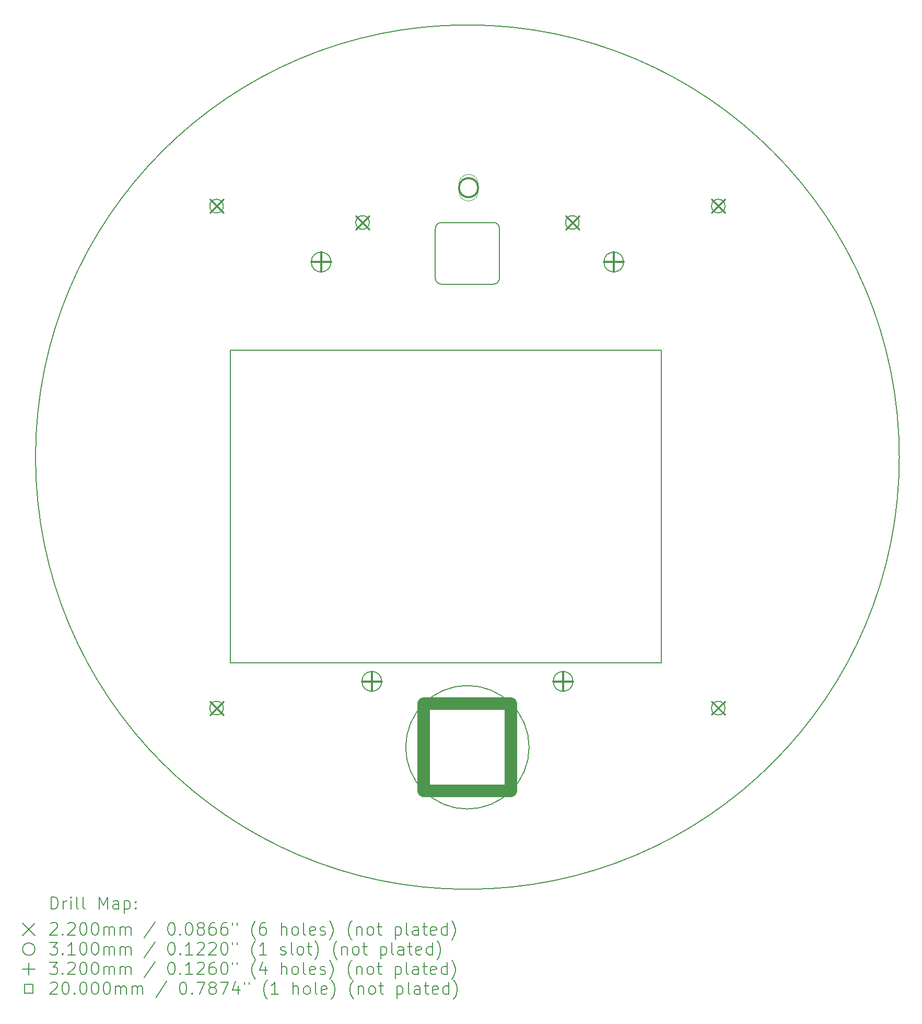
<source format=gbr>
%TF.GenerationSoftware,KiCad,Pcbnew,7.0.11*%
%TF.CreationDate,2025-03-06T22:48:20+09:00*%
%TF.ProjectId,IO,494f2e6b-6963-4616-945f-706362585858,rev?*%
%TF.SameCoordinates,Original*%
%TF.FileFunction,Drillmap*%
%TF.FilePolarity,Positive*%
%FSLAX45Y45*%
G04 Gerber Fmt 4.5, Leading zero omitted, Abs format (unit mm)*
G04 Created by KiCad (PCBNEW 7.0.11) date 2025-03-06 22:48:20*
%MOMM*%
%LPD*%
G01*
G04 APERTURE LIST*
%ADD10C,0.200000*%
%ADD11C,0.220000*%
%ADD12C,0.310000*%
%ADD13C,0.100000*%
%ADD14C,0.320000*%
%ADD15C,2.000000*%
G04 APERTURE END LIST*
D10*
X12116610Y-5796434D02*
G75*
G03*
X11796610Y-5796434I-160000J0D01*
G01*
X11796610Y-5796434D02*
G75*
G03*
X12116610Y-5796434I160000J0D01*
G01*
X14848036Y-5255364D02*
X14848036Y-6055364D01*
X13908036Y-5155364D02*
X14748036Y-5155364D01*
X12738036Y-5155364D02*
G75*
G03*
X12518036Y-5155364I-110000J0D01*
G01*
X12518036Y-5155364D02*
G75*
G03*
X12738036Y-5155364I110000J0D01*
G01*
X14848036Y-5255364D02*
G75*
G03*
X14748036Y-5155364I-99996J4D01*
G01*
X18503900Y-4889500D02*
G75*
G03*
X18283900Y-4889500I-110000J0D01*
G01*
X18283900Y-4889500D02*
G75*
G03*
X18503900Y-4889500I110000J0D01*
G01*
X13808036Y-6055364D02*
G75*
G03*
X13908036Y-6155364I100004J4D01*
G01*
X14748036Y-6155364D02*
X13908036Y-6155364D01*
X21328036Y-8955364D02*
G75*
G03*
X7328036Y-8955364I-7000000J0D01*
G01*
X7328036Y-8955364D02*
G75*
G03*
X21328036Y-8955364I7000000J0D01*
G01*
X17468036Y-7225364D02*
X17468036Y-12285364D01*
X13908036Y-5155356D02*
G75*
G03*
X13808036Y-5255364I4J-100004D01*
G01*
X16138036Y-5155364D02*
G75*
G03*
X15918036Y-5155364I-110000J0D01*
G01*
X15918036Y-5155364D02*
G75*
G03*
X16138036Y-5155364I110000J0D01*
G01*
X13808036Y-6055364D02*
X13808036Y-5255364D01*
X12938036Y-12588544D02*
G75*
G03*
X12618036Y-12588544I-160000J0D01*
G01*
X12618036Y-12588544D02*
G75*
G03*
X12938036Y-12588544I160000J0D01*
G01*
X18503900Y-13021228D02*
G75*
G03*
X18283900Y-13021228I-110000J0D01*
G01*
X18283900Y-13021228D02*
G75*
G03*
X18503900Y-13021228I110000J0D01*
G01*
X15328036Y-13655364D02*
G75*
G03*
X13328036Y-13655364I-1000000J0D01*
G01*
X13328036Y-13655364D02*
G75*
G03*
X15328036Y-13655364I1000000J0D01*
G01*
X10488036Y-12285364D02*
X10488036Y-7225364D01*
X17468036Y-12285364D02*
X10488036Y-12285364D01*
X16038036Y-12588544D02*
G75*
G03*
X15718036Y-12588544I-160000J0D01*
G01*
X15718036Y-12588544D02*
G75*
G03*
X16038036Y-12588544I160000J0D01*
G01*
X16859463Y-5796434D02*
G75*
G03*
X16539463Y-5796434I-160000J0D01*
G01*
X16539463Y-5796434D02*
G75*
G03*
X16859463Y-5796434I160000J0D01*
G01*
X14748036Y-6155356D02*
G75*
G03*
X14848036Y-6055364I4J99996D01*
G01*
X10488036Y-7225364D02*
X17468036Y-7225364D01*
X10372172Y-13021228D02*
G75*
G03*
X10152172Y-13021228I-110000J0D01*
G01*
X10152172Y-13021228D02*
G75*
G03*
X10372172Y-13021228I110000J0D01*
G01*
X10372172Y-4889500D02*
G75*
G03*
X10152172Y-4889500I-110000J0D01*
G01*
X10152172Y-4889500D02*
G75*
G03*
X10372172Y-4889500I110000J0D01*
G01*
D11*
X10152000Y-4779000D02*
X10372000Y-4999000D01*
X10372000Y-4779000D02*
X10152000Y-4999000D01*
X10153000Y-12911000D02*
X10373000Y-13131000D01*
X10373000Y-12911000D02*
X10153000Y-13131000D01*
X12519000Y-5046000D02*
X12739000Y-5266000D01*
X12739000Y-5046000D02*
X12519000Y-5266000D01*
X15919000Y-5047000D02*
X16139000Y-5267000D01*
X16139000Y-5047000D02*
X15919000Y-5267000D01*
X18285000Y-4778000D02*
X18505000Y-4998000D01*
X18505000Y-4778000D02*
X18285000Y-4998000D01*
X18285000Y-12910000D02*
X18505000Y-13130000D01*
X18505000Y-12910000D02*
X18285000Y-13130000D01*
D12*
X14501144Y-4591785D02*
G75*
G03*
X14191144Y-4591785I-155000J0D01*
G01*
X14191144Y-4591785D02*
G75*
G03*
X14501144Y-4591785I155000J0D01*
G01*
D13*
X14501144Y-4651785D02*
X14501144Y-4531785D01*
X14501144Y-4531785D02*
G75*
G03*
X14191144Y-4531785I-155000J0D01*
G01*
X14191144Y-4531785D02*
X14191144Y-4651785D01*
X14191144Y-4651785D02*
G75*
G03*
X14501144Y-4651785I155000J0D01*
G01*
D14*
X11959000Y-5637000D02*
X11959000Y-5957000D01*
X11799000Y-5797000D02*
X12119000Y-5797000D01*
X12779000Y-12429000D02*
X12779000Y-12749000D01*
X12619000Y-12589000D02*
X12939000Y-12589000D01*
X15879000Y-12429000D02*
X15879000Y-12749000D01*
X15719000Y-12589000D02*
X16039000Y-12589000D01*
X16700000Y-5637000D02*
X16700000Y-5957000D01*
X16540000Y-5797000D02*
X16860000Y-5797000D01*
D15*
X15036114Y-14364114D02*
X15036114Y-12949886D01*
X13621886Y-12949886D01*
X13621886Y-14364114D01*
X15036114Y-14364114D01*
D10*
X7578813Y-16276848D02*
X7578813Y-16076848D01*
X7578813Y-16076848D02*
X7626432Y-16076848D01*
X7626432Y-16076848D02*
X7655003Y-16086372D01*
X7655003Y-16086372D02*
X7674051Y-16105419D01*
X7674051Y-16105419D02*
X7683575Y-16124467D01*
X7683575Y-16124467D02*
X7693099Y-16162562D01*
X7693099Y-16162562D02*
X7693099Y-16191133D01*
X7693099Y-16191133D02*
X7683575Y-16229229D01*
X7683575Y-16229229D02*
X7674051Y-16248276D01*
X7674051Y-16248276D02*
X7655003Y-16267324D01*
X7655003Y-16267324D02*
X7626432Y-16276848D01*
X7626432Y-16276848D02*
X7578813Y-16276848D01*
X7778813Y-16276848D02*
X7778813Y-16143514D01*
X7778813Y-16181610D02*
X7788337Y-16162562D01*
X7788337Y-16162562D02*
X7797860Y-16153038D01*
X7797860Y-16153038D02*
X7816908Y-16143514D01*
X7816908Y-16143514D02*
X7835956Y-16143514D01*
X7902622Y-16276848D02*
X7902622Y-16143514D01*
X7902622Y-16076848D02*
X7893099Y-16086372D01*
X7893099Y-16086372D02*
X7902622Y-16095895D01*
X7902622Y-16095895D02*
X7912146Y-16086372D01*
X7912146Y-16086372D02*
X7902622Y-16076848D01*
X7902622Y-16076848D02*
X7902622Y-16095895D01*
X8026432Y-16276848D02*
X8007384Y-16267324D01*
X8007384Y-16267324D02*
X7997860Y-16248276D01*
X7997860Y-16248276D02*
X7997860Y-16076848D01*
X8131194Y-16276848D02*
X8112146Y-16267324D01*
X8112146Y-16267324D02*
X8102622Y-16248276D01*
X8102622Y-16248276D02*
X8102622Y-16076848D01*
X8359765Y-16276848D02*
X8359765Y-16076848D01*
X8359765Y-16076848D02*
X8426432Y-16219705D01*
X8426432Y-16219705D02*
X8493099Y-16076848D01*
X8493099Y-16076848D02*
X8493099Y-16276848D01*
X8674051Y-16276848D02*
X8674051Y-16172086D01*
X8674051Y-16172086D02*
X8664527Y-16153038D01*
X8664527Y-16153038D02*
X8645480Y-16143514D01*
X8645480Y-16143514D02*
X8607384Y-16143514D01*
X8607384Y-16143514D02*
X8588337Y-16153038D01*
X8674051Y-16267324D02*
X8655003Y-16276848D01*
X8655003Y-16276848D02*
X8607384Y-16276848D01*
X8607384Y-16276848D02*
X8588337Y-16267324D01*
X8588337Y-16267324D02*
X8578813Y-16248276D01*
X8578813Y-16248276D02*
X8578813Y-16229229D01*
X8578813Y-16229229D02*
X8588337Y-16210181D01*
X8588337Y-16210181D02*
X8607384Y-16200657D01*
X8607384Y-16200657D02*
X8655003Y-16200657D01*
X8655003Y-16200657D02*
X8674051Y-16191133D01*
X8769289Y-16143514D02*
X8769289Y-16343514D01*
X8769289Y-16153038D02*
X8788337Y-16143514D01*
X8788337Y-16143514D02*
X8826432Y-16143514D01*
X8826432Y-16143514D02*
X8845480Y-16153038D01*
X8845480Y-16153038D02*
X8855003Y-16162562D01*
X8855003Y-16162562D02*
X8864527Y-16181610D01*
X8864527Y-16181610D02*
X8864527Y-16238752D01*
X8864527Y-16238752D02*
X8855003Y-16257800D01*
X8855003Y-16257800D02*
X8845480Y-16267324D01*
X8845480Y-16267324D02*
X8826432Y-16276848D01*
X8826432Y-16276848D02*
X8788337Y-16276848D01*
X8788337Y-16276848D02*
X8769289Y-16267324D01*
X8950242Y-16257800D02*
X8959765Y-16267324D01*
X8959765Y-16267324D02*
X8950242Y-16276848D01*
X8950242Y-16276848D02*
X8940718Y-16267324D01*
X8940718Y-16267324D02*
X8950242Y-16257800D01*
X8950242Y-16257800D02*
X8950242Y-16276848D01*
X8950242Y-16153038D02*
X8959765Y-16162562D01*
X8959765Y-16162562D02*
X8950242Y-16172086D01*
X8950242Y-16172086D02*
X8940718Y-16162562D01*
X8940718Y-16162562D02*
X8950242Y-16153038D01*
X8950242Y-16153038D02*
X8950242Y-16172086D01*
X7118036Y-16505364D02*
X7318036Y-16705364D01*
X7318036Y-16505364D02*
X7118036Y-16705364D01*
X7569289Y-16515895D02*
X7578813Y-16506372D01*
X7578813Y-16506372D02*
X7597860Y-16496848D01*
X7597860Y-16496848D02*
X7645480Y-16496848D01*
X7645480Y-16496848D02*
X7664527Y-16506372D01*
X7664527Y-16506372D02*
X7674051Y-16515895D01*
X7674051Y-16515895D02*
X7683575Y-16534943D01*
X7683575Y-16534943D02*
X7683575Y-16553991D01*
X7683575Y-16553991D02*
X7674051Y-16582562D01*
X7674051Y-16582562D02*
X7559765Y-16696848D01*
X7559765Y-16696848D02*
X7683575Y-16696848D01*
X7769289Y-16677800D02*
X7778813Y-16687324D01*
X7778813Y-16687324D02*
X7769289Y-16696848D01*
X7769289Y-16696848D02*
X7759765Y-16687324D01*
X7759765Y-16687324D02*
X7769289Y-16677800D01*
X7769289Y-16677800D02*
X7769289Y-16696848D01*
X7855003Y-16515895D02*
X7864527Y-16506372D01*
X7864527Y-16506372D02*
X7883575Y-16496848D01*
X7883575Y-16496848D02*
X7931194Y-16496848D01*
X7931194Y-16496848D02*
X7950241Y-16506372D01*
X7950241Y-16506372D02*
X7959765Y-16515895D01*
X7959765Y-16515895D02*
X7969289Y-16534943D01*
X7969289Y-16534943D02*
X7969289Y-16553991D01*
X7969289Y-16553991D02*
X7959765Y-16582562D01*
X7959765Y-16582562D02*
X7845480Y-16696848D01*
X7845480Y-16696848D02*
X7969289Y-16696848D01*
X8093099Y-16496848D02*
X8112146Y-16496848D01*
X8112146Y-16496848D02*
X8131194Y-16506372D01*
X8131194Y-16506372D02*
X8140718Y-16515895D01*
X8140718Y-16515895D02*
X8150241Y-16534943D01*
X8150241Y-16534943D02*
X8159765Y-16573038D01*
X8159765Y-16573038D02*
X8159765Y-16620657D01*
X8159765Y-16620657D02*
X8150241Y-16658752D01*
X8150241Y-16658752D02*
X8140718Y-16677800D01*
X8140718Y-16677800D02*
X8131194Y-16687324D01*
X8131194Y-16687324D02*
X8112146Y-16696848D01*
X8112146Y-16696848D02*
X8093099Y-16696848D01*
X8093099Y-16696848D02*
X8074051Y-16687324D01*
X8074051Y-16687324D02*
X8064527Y-16677800D01*
X8064527Y-16677800D02*
X8055003Y-16658752D01*
X8055003Y-16658752D02*
X8045480Y-16620657D01*
X8045480Y-16620657D02*
X8045480Y-16573038D01*
X8045480Y-16573038D02*
X8055003Y-16534943D01*
X8055003Y-16534943D02*
X8064527Y-16515895D01*
X8064527Y-16515895D02*
X8074051Y-16506372D01*
X8074051Y-16506372D02*
X8093099Y-16496848D01*
X8283575Y-16496848D02*
X8302622Y-16496848D01*
X8302622Y-16496848D02*
X8321670Y-16506372D01*
X8321670Y-16506372D02*
X8331194Y-16515895D01*
X8331194Y-16515895D02*
X8340718Y-16534943D01*
X8340718Y-16534943D02*
X8350241Y-16573038D01*
X8350241Y-16573038D02*
X8350241Y-16620657D01*
X8350241Y-16620657D02*
X8340718Y-16658752D01*
X8340718Y-16658752D02*
X8331194Y-16677800D01*
X8331194Y-16677800D02*
X8321670Y-16687324D01*
X8321670Y-16687324D02*
X8302622Y-16696848D01*
X8302622Y-16696848D02*
X8283575Y-16696848D01*
X8283575Y-16696848D02*
X8264527Y-16687324D01*
X8264527Y-16687324D02*
X8255003Y-16677800D01*
X8255003Y-16677800D02*
X8245480Y-16658752D01*
X8245480Y-16658752D02*
X8235956Y-16620657D01*
X8235956Y-16620657D02*
X8235956Y-16573038D01*
X8235956Y-16573038D02*
X8245480Y-16534943D01*
X8245480Y-16534943D02*
X8255003Y-16515895D01*
X8255003Y-16515895D02*
X8264527Y-16506372D01*
X8264527Y-16506372D02*
X8283575Y-16496848D01*
X8435956Y-16696848D02*
X8435956Y-16563514D01*
X8435956Y-16582562D02*
X8445480Y-16573038D01*
X8445480Y-16573038D02*
X8464527Y-16563514D01*
X8464527Y-16563514D02*
X8493099Y-16563514D01*
X8493099Y-16563514D02*
X8512146Y-16573038D01*
X8512146Y-16573038D02*
X8521670Y-16592086D01*
X8521670Y-16592086D02*
X8521670Y-16696848D01*
X8521670Y-16592086D02*
X8531194Y-16573038D01*
X8531194Y-16573038D02*
X8550242Y-16563514D01*
X8550242Y-16563514D02*
X8578813Y-16563514D01*
X8578813Y-16563514D02*
X8597861Y-16573038D01*
X8597861Y-16573038D02*
X8607384Y-16592086D01*
X8607384Y-16592086D02*
X8607384Y-16696848D01*
X8702623Y-16696848D02*
X8702623Y-16563514D01*
X8702623Y-16582562D02*
X8712146Y-16573038D01*
X8712146Y-16573038D02*
X8731194Y-16563514D01*
X8731194Y-16563514D02*
X8759765Y-16563514D01*
X8759765Y-16563514D02*
X8778813Y-16573038D01*
X8778813Y-16573038D02*
X8788337Y-16592086D01*
X8788337Y-16592086D02*
X8788337Y-16696848D01*
X8788337Y-16592086D02*
X8797861Y-16573038D01*
X8797861Y-16573038D02*
X8816908Y-16563514D01*
X8816908Y-16563514D02*
X8845480Y-16563514D01*
X8845480Y-16563514D02*
X8864527Y-16573038D01*
X8864527Y-16573038D02*
X8874051Y-16592086D01*
X8874051Y-16592086D02*
X8874051Y-16696848D01*
X9264527Y-16487324D02*
X9093099Y-16744467D01*
X9521670Y-16496848D02*
X9540718Y-16496848D01*
X9540718Y-16496848D02*
X9559766Y-16506372D01*
X9559766Y-16506372D02*
X9569289Y-16515895D01*
X9569289Y-16515895D02*
X9578813Y-16534943D01*
X9578813Y-16534943D02*
X9588337Y-16573038D01*
X9588337Y-16573038D02*
X9588337Y-16620657D01*
X9588337Y-16620657D02*
X9578813Y-16658752D01*
X9578813Y-16658752D02*
X9569289Y-16677800D01*
X9569289Y-16677800D02*
X9559766Y-16687324D01*
X9559766Y-16687324D02*
X9540718Y-16696848D01*
X9540718Y-16696848D02*
X9521670Y-16696848D01*
X9521670Y-16696848D02*
X9502623Y-16687324D01*
X9502623Y-16687324D02*
X9493099Y-16677800D01*
X9493099Y-16677800D02*
X9483575Y-16658752D01*
X9483575Y-16658752D02*
X9474051Y-16620657D01*
X9474051Y-16620657D02*
X9474051Y-16573038D01*
X9474051Y-16573038D02*
X9483575Y-16534943D01*
X9483575Y-16534943D02*
X9493099Y-16515895D01*
X9493099Y-16515895D02*
X9502623Y-16506372D01*
X9502623Y-16506372D02*
X9521670Y-16496848D01*
X9674051Y-16677800D02*
X9683575Y-16687324D01*
X9683575Y-16687324D02*
X9674051Y-16696848D01*
X9674051Y-16696848D02*
X9664527Y-16687324D01*
X9664527Y-16687324D02*
X9674051Y-16677800D01*
X9674051Y-16677800D02*
X9674051Y-16696848D01*
X9807385Y-16496848D02*
X9826432Y-16496848D01*
X9826432Y-16496848D02*
X9845480Y-16506372D01*
X9845480Y-16506372D02*
X9855004Y-16515895D01*
X9855004Y-16515895D02*
X9864527Y-16534943D01*
X9864527Y-16534943D02*
X9874051Y-16573038D01*
X9874051Y-16573038D02*
X9874051Y-16620657D01*
X9874051Y-16620657D02*
X9864527Y-16658752D01*
X9864527Y-16658752D02*
X9855004Y-16677800D01*
X9855004Y-16677800D02*
X9845480Y-16687324D01*
X9845480Y-16687324D02*
X9826432Y-16696848D01*
X9826432Y-16696848D02*
X9807385Y-16696848D01*
X9807385Y-16696848D02*
X9788337Y-16687324D01*
X9788337Y-16687324D02*
X9778813Y-16677800D01*
X9778813Y-16677800D02*
X9769289Y-16658752D01*
X9769289Y-16658752D02*
X9759766Y-16620657D01*
X9759766Y-16620657D02*
X9759766Y-16573038D01*
X9759766Y-16573038D02*
X9769289Y-16534943D01*
X9769289Y-16534943D02*
X9778813Y-16515895D01*
X9778813Y-16515895D02*
X9788337Y-16506372D01*
X9788337Y-16506372D02*
X9807385Y-16496848D01*
X9988337Y-16582562D02*
X9969289Y-16573038D01*
X9969289Y-16573038D02*
X9959766Y-16563514D01*
X9959766Y-16563514D02*
X9950242Y-16544467D01*
X9950242Y-16544467D02*
X9950242Y-16534943D01*
X9950242Y-16534943D02*
X9959766Y-16515895D01*
X9959766Y-16515895D02*
X9969289Y-16506372D01*
X9969289Y-16506372D02*
X9988337Y-16496848D01*
X9988337Y-16496848D02*
X10026432Y-16496848D01*
X10026432Y-16496848D02*
X10045480Y-16506372D01*
X10045480Y-16506372D02*
X10055004Y-16515895D01*
X10055004Y-16515895D02*
X10064527Y-16534943D01*
X10064527Y-16534943D02*
X10064527Y-16544467D01*
X10064527Y-16544467D02*
X10055004Y-16563514D01*
X10055004Y-16563514D02*
X10045480Y-16573038D01*
X10045480Y-16573038D02*
X10026432Y-16582562D01*
X10026432Y-16582562D02*
X9988337Y-16582562D01*
X9988337Y-16582562D02*
X9969289Y-16592086D01*
X9969289Y-16592086D02*
X9959766Y-16601610D01*
X9959766Y-16601610D02*
X9950242Y-16620657D01*
X9950242Y-16620657D02*
X9950242Y-16658752D01*
X9950242Y-16658752D02*
X9959766Y-16677800D01*
X9959766Y-16677800D02*
X9969289Y-16687324D01*
X9969289Y-16687324D02*
X9988337Y-16696848D01*
X9988337Y-16696848D02*
X10026432Y-16696848D01*
X10026432Y-16696848D02*
X10045480Y-16687324D01*
X10045480Y-16687324D02*
X10055004Y-16677800D01*
X10055004Y-16677800D02*
X10064527Y-16658752D01*
X10064527Y-16658752D02*
X10064527Y-16620657D01*
X10064527Y-16620657D02*
X10055004Y-16601610D01*
X10055004Y-16601610D02*
X10045480Y-16592086D01*
X10045480Y-16592086D02*
X10026432Y-16582562D01*
X10235956Y-16496848D02*
X10197861Y-16496848D01*
X10197861Y-16496848D02*
X10178813Y-16506372D01*
X10178813Y-16506372D02*
X10169289Y-16515895D01*
X10169289Y-16515895D02*
X10150242Y-16544467D01*
X10150242Y-16544467D02*
X10140718Y-16582562D01*
X10140718Y-16582562D02*
X10140718Y-16658752D01*
X10140718Y-16658752D02*
X10150242Y-16677800D01*
X10150242Y-16677800D02*
X10159766Y-16687324D01*
X10159766Y-16687324D02*
X10178813Y-16696848D01*
X10178813Y-16696848D02*
X10216908Y-16696848D01*
X10216908Y-16696848D02*
X10235956Y-16687324D01*
X10235956Y-16687324D02*
X10245480Y-16677800D01*
X10245480Y-16677800D02*
X10255004Y-16658752D01*
X10255004Y-16658752D02*
X10255004Y-16611133D01*
X10255004Y-16611133D02*
X10245480Y-16592086D01*
X10245480Y-16592086D02*
X10235956Y-16582562D01*
X10235956Y-16582562D02*
X10216908Y-16573038D01*
X10216908Y-16573038D02*
X10178813Y-16573038D01*
X10178813Y-16573038D02*
X10159766Y-16582562D01*
X10159766Y-16582562D02*
X10150242Y-16592086D01*
X10150242Y-16592086D02*
X10140718Y-16611133D01*
X10426432Y-16496848D02*
X10388337Y-16496848D01*
X10388337Y-16496848D02*
X10369289Y-16506372D01*
X10369289Y-16506372D02*
X10359766Y-16515895D01*
X10359766Y-16515895D02*
X10340718Y-16544467D01*
X10340718Y-16544467D02*
X10331194Y-16582562D01*
X10331194Y-16582562D02*
X10331194Y-16658752D01*
X10331194Y-16658752D02*
X10340718Y-16677800D01*
X10340718Y-16677800D02*
X10350242Y-16687324D01*
X10350242Y-16687324D02*
X10369289Y-16696848D01*
X10369289Y-16696848D02*
X10407385Y-16696848D01*
X10407385Y-16696848D02*
X10426432Y-16687324D01*
X10426432Y-16687324D02*
X10435956Y-16677800D01*
X10435956Y-16677800D02*
X10445480Y-16658752D01*
X10445480Y-16658752D02*
X10445480Y-16611133D01*
X10445480Y-16611133D02*
X10435956Y-16592086D01*
X10435956Y-16592086D02*
X10426432Y-16582562D01*
X10426432Y-16582562D02*
X10407385Y-16573038D01*
X10407385Y-16573038D02*
X10369289Y-16573038D01*
X10369289Y-16573038D02*
X10350242Y-16582562D01*
X10350242Y-16582562D02*
X10340718Y-16592086D01*
X10340718Y-16592086D02*
X10331194Y-16611133D01*
X10521670Y-16496848D02*
X10521670Y-16534943D01*
X10597861Y-16496848D02*
X10597861Y-16534943D01*
X10893099Y-16773038D02*
X10883575Y-16763514D01*
X10883575Y-16763514D02*
X10864528Y-16734943D01*
X10864528Y-16734943D02*
X10855004Y-16715895D01*
X10855004Y-16715895D02*
X10845480Y-16687324D01*
X10845480Y-16687324D02*
X10835956Y-16639705D01*
X10835956Y-16639705D02*
X10835956Y-16601610D01*
X10835956Y-16601610D02*
X10845480Y-16553991D01*
X10845480Y-16553991D02*
X10855004Y-16525419D01*
X10855004Y-16525419D02*
X10864528Y-16506372D01*
X10864528Y-16506372D02*
X10883575Y-16477800D01*
X10883575Y-16477800D02*
X10893099Y-16468276D01*
X11055004Y-16496848D02*
X11016908Y-16496848D01*
X11016908Y-16496848D02*
X10997861Y-16506372D01*
X10997861Y-16506372D02*
X10988337Y-16515895D01*
X10988337Y-16515895D02*
X10969289Y-16544467D01*
X10969289Y-16544467D02*
X10959766Y-16582562D01*
X10959766Y-16582562D02*
X10959766Y-16658752D01*
X10959766Y-16658752D02*
X10969289Y-16677800D01*
X10969289Y-16677800D02*
X10978813Y-16687324D01*
X10978813Y-16687324D02*
X10997861Y-16696848D01*
X10997861Y-16696848D02*
X11035956Y-16696848D01*
X11035956Y-16696848D02*
X11055004Y-16687324D01*
X11055004Y-16687324D02*
X11064528Y-16677800D01*
X11064528Y-16677800D02*
X11074051Y-16658752D01*
X11074051Y-16658752D02*
X11074051Y-16611133D01*
X11074051Y-16611133D02*
X11064528Y-16592086D01*
X11064528Y-16592086D02*
X11055004Y-16582562D01*
X11055004Y-16582562D02*
X11035956Y-16573038D01*
X11035956Y-16573038D02*
X10997861Y-16573038D01*
X10997861Y-16573038D02*
X10978813Y-16582562D01*
X10978813Y-16582562D02*
X10969289Y-16592086D01*
X10969289Y-16592086D02*
X10959766Y-16611133D01*
X11312147Y-16696848D02*
X11312147Y-16496848D01*
X11397861Y-16696848D02*
X11397861Y-16592086D01*
X11397861Y-16592086D02*
X11388337Y-16573038D01*
X11388337Y-16573038D02*
X11369289Y-16563514D01*
X11369289Y-16563514D02*
X11340718Y-16563514D01*
X11340718Y-16563514D02*
X11321670Y-16573038D01*
X11321670Y-16573038D02*
X11312147Y-16582562D01*
X11521670Y-16696848D02*
X11502623Y-16687324D01*
X11502623Y-16687324D02*
X11493099Y-16677800D01*
X11493099Y-16677800D02*
X11483575Y-16658752D01*
X11483575Y-16658752D02*
X11483575Y-16601610D01*
X11483575Y-16601610D02*
X11493099Y-16582562D01*
X11493099Y-16582562D02*
X11502623Y-16573038D01*
X11502623Y-16573038D02*
X11521670Y-16563514D01*
X11521670Y-16563514D02*
X11550242Y-16563514D01*
X11550242Y-16563514D02*
X11569289Y-16573038D01*
X11569289Y-16573038D02*
X11578813Y-16582562D01*
X11578813Y-16582562D02*
X11588337Y-16601610D01*
X11588337Y-16601610D02*
X11588337Y-16658752D01*
X11588337Y-16658752D02*
X11578813Y-16677800D01*
X11578813Y-16677800D02*
X11569289Y-16687324D01*
X11569289Y-16687324D02*
X11550242Y-16696848D01*
X11550242Y-16696848D02*
X11521670Y-16696848D01*
X11702623Y-16696848D02*
X11683575Y-16687324D01*
X11683575Y-16687324D02*
X11674051Y-16668276D01*
X11674051Y-16668276D02*
X11674051Y-16496848D01*
X11855004Y-16687324D02*
X11835956Y-16696848D01*
X11835956Y-16696848D02*
X11797861Y-16696848D01*
X11797861Y-16696848D02*
X11778813Y-16687324D01*
X11778813Y-16687324D02*
X11769289Y-16668276D01*
X11769289Y-16668276D02*
X11769289Y-16592086D01*
X11769289Y-16592086D02*
X11778813Y-16573038D01*
X11778813Y-16573038D02*
X11797861Y-16563514D01*
X11797861Y-16563514D02*
X11835956Y-16563514D01*
X11835956Y-16563514D02*
X11855004Y-16573038D01*
X11855004Y-16573038D02*
X11864528Y-16592086D01*
X11864528Y-16592086D02*
X11864528Y-16611133D01*
X11864528Y-16611133D02*
X11769289Y-16630181D01*
X11940718Y-16687324D02*
X11959766Y-16696848D01*
X11959766Y-16696848D02*
X11997861Y-16696848D01*
X11997861Y-16696848D02*
X12016909Y-16687324D01*
X12016909Y-16687324D02*
X12026432Y-16668276D01*
X12026432Y-16668276D02*
X12026432Y-16658752D01*
X12026432Y-16658752D02*
X12016909Y-16639705D01*
X12016909Y-16639705D02*
X11997861Y-16630181D01*
X11997861Y-16630181D02*
X11969289Y-16630181D01*
X11969289Y-16630181D02*
X11950242Y-16620657D01*
X11950242Y-16620657D02*
X11940718Y-16601610D01*
X11940718Y-16601610D02*
X11940718Y-16592086D01*
X11940718Y-16592086D02*
X11950242Y-16573038D01*
X11950242Y-16573038D02*
X11969289Y-16563514D01*
X11969289Y-16563514D02*
X11997861Y-16563514D01*
X11997861Y-16563514D02*
X12016909Y-16573038D01*
X12093099Y-16773038D02*
X12102623Y-16763514D01*
X12102623Y-16763514D02*
X12121670Y-16734943D01*
X12121670Y-16734943D02*
X12131194Y-16715895D01*
X12131194Y-16715895D02*
X12140718Y-16687324D01*
X12140718Y-16687324D02*
X12150242Y-16639705D01*
X12150242Y-16639705D02*
X12150242Y-16601610D01*
X12150242Y-16601610D02*
X12140718Y-16553991D01*
X12140718Y-16553991D02*
X12131194Y-16525419D01*
X12131194Y-16525419D02*
X12121670Y-16506372D01*
X12121670Y-16506372D02*
X12102623Y-16477800D01*
X12102623Y-16477800D02*
X12093099Y-16468276D01*
X12455004Y-16773038D02*
X12445480Y-16763514D01*
X12445480Y-16763514D02*
X12426432Y-16734943D01*
X12426432Y-16734943D02*
X12416909Y-16715895D01*
X12416909Y-16715895D02*
X12407385Y-16687324D01*
X12407385Y-16687324D02*
X12397861Y-16639705D01*
X12397861Y-16639705D02*
X12397861Y-16601610D01*
X12397861Y-16601610D02*
X12407385Y-16553991D01*
X12407385Y-16553991D02*
X12416909Y-16525419D01*
X12416909Y-16525419D02*
X12426432Y-16506372D01*
X12426432Y-16506372D02*
X12445480Y-16477800D01*
X12445480Y-16477800D02*
X12455004Y-16468276D01*
X12531194Y-16563514D02*
X12531194Y-16696848D01*
X12531194Y-16582562D02*
X12540718Y-16573038D01*
X12540718Y-16573038D02*
X12559766Y-16563514D01*
X12559766Y-16563514D02*
X12588337Y-16563514D01*
X12588337Y-16563514D02*
X12607385Y-16573038D01*
X12607385Y-16573038D02*
X12616909Y-16592086D01*
X12616909Y-16592086D02*
X12616909Y-16696848D01*
X12740718Y-16696848D02*
X12721670Y-16687324D01*
X12721670Y-16687324D02*
X12712147Y-16677800D01*
X12712147Y-16677800D02*
X12702623Y-16658752D01*
X12702623Y-16658752D02*
X12702623Y-16601610D01*
X12702623Y-16601610D02*
X12712147Y-16582562D01*
X12712147Y-16582562D02*
X12721670Y-16573038D01*
X12721670Y-16573038D02*
X12740718Y-16563514D01*
X12740718Y-16563514D02*
X12769290Y-16563514D01*
X12769290Y-16563514D02*
X12788337Y-16573038D01*
X12788337Y-16573038D02*
X12797861Y-16582562D01*
X12797861Y-16582562D02*
X12807385Y-16601610D01*
X12807385Y-16601610D02*
X12807385Y-16658752D01*
X12807385Y-16658752D02*
X12797861Y-16677800D01*
X12797861Y-16677800D02*
X12788337Y-16687324D01*
X12788337Y-16687324D02*
X12769290Y-16696848D01*
X12769290Y-16696848D02*
X12740718Y-16696848D01*
X12864528Y-16563514D02*
X12940718Y-16563514D01*
X12893099Y-16496848D02*
X12893099Y-16668276D01*
X12893099Y-16668276D02*
X12902623Y-16687324D01*
X12902623Y-16687324D02*
X12921670Y-16696848D01*
X12921670Y-16696848D02*
X12940718Y-16696848D01*
X13159766Y-16563514D02*
X13159766Y-16763514D01*
X13159766Y-16573038D02*
X13178813Y-16563514D01*
X13178813Y-16563514D02*
X13216909Y-16563514D01*
X13216909Y-16563514D02*
X13235956Y-16573038D01*
X13235956Y-16573038D02*
X13245480Y-16582562D01*
X13245480Y-16582562D02*
X13255004Y-16601610D01*
X13255004Y-16601610D02*
X13255004Y-16658752D01*
X13255004Y-16658752D02*
X13245480Y-16677800D01*
X13245480Y-16677800D02*
X13235956Y-16687324D01*
X13235956Y-16687324D02*
X13216909Y-16696848D01*
X13216909Y-16696848D02*
X13178813Y-16696848D01*
X13178813Y-16696848D02*
X13159766Y-16687324D01*
X13369290Y-16696848D02*
X13350242Y-16687324D01*
X13350242Y-16687324D02*
X13340718Y-16668276D01*
X13340718Y-16668276D02*
X13340718Y-16496848D01*
X13531194Y-16696848D02*
X13531194Y-16592086D01*
X13531194Y-16592086D02*
X13521671Y-16573038D01*
X13521671Y-16573038D02*
X13502623Y-16563514D01*
X13502623Y-16563514D02*
X13464528Y-16563514D01*
X13464528Y-16563514D02*
X13445480Y-16573038D01*
X13531194Y-16687324D02*
X13512147Y-16696848D01*
X13512147Y-16696848D02*
X13464528Y-16696848D01*
X13464528Y-16696848D02*
X13445480Y-16687324D01*
X13445480Y-16687324D02*
X13435956Y-16668276D01*
X13435956Y-16668276D02*
X13435956Y-16649229D01*
X13435956Y-16649229D02*
X13445480Y-16630181D01*
X13445480Y-16630181D02*
X13464528Y-16620657D01*
X13464528Y-16620657D02*
X13512147Y-16620657D01*
X13512147Y-16620657D02*
X13531194Y-16611133D01*
X13597861Y-16563514D02*
X13674051Y-16563514D01*
X13626432Y-16496848D02*
X13626432Y-16668276D01*
X13626432Y-16668276D02*
X13635956Y-16687324D01*
X13635956Y-16687324D02*
X13655004Y-16696848D01*
X13655004Y-16696848D02*
X13674051Y-16696848D01*
X13816909Y-16687324D02*
X13797861Y-16696848D01*
X13797861Y-16696848D02*
X13759766Y-16696848D01*
X13759766Y-16696848D02*
X13740718Y-16687324D01*
X13740718Y-16687324D02*
X13731194Y-16668276D01*
X13731194Y-16668276D02*
X13731194Y-16592086D01*
X13731194Y-16592086D02*
X13740718Y-16573038D01*
X13740718Y-16573038D02*
X13759766Y-16563514D01*
X13759766Y-16563514D02*
X13797861Y-16563514D01*
X13797861Y-16563514D02*
X13816909Y-16573038D01*
X13816909Y-16573038D02*
X13826432Y-16592086D01*
X13826432Y-16592086D02*
X13826432Y-16611133D01*
X13826432Y-16611133D02*
X13731194Y-16630181D01*
X13997861Y-16696848D02*
X13997861Y-16496848D01*
X13997861Y-16687324D02*
X13978813Y-16696848D01*
X13978813Y-16696848D02*
X13940718Y-16696848D01*
X13940718Y-16696848D02*
X13921671Y-16687324D01*
X13921671Y-16687324D02*
X13912147Y-16677800D01*
X13912147Y-16677800D02*
X13902623Y-16658752D01*
X13902623Y-16658752D02*
X13902623Y-16601610D01*
X13902623Y-16601610D02*
X13912147Y-16582562D01*
X13912147Y-16582562D02*
X13921671Y-16573038D01*
X13921671Y-16573038D02*
X13940718Y-16563514D01*
X13940718Y-16563514D02*
X13978813Y-16563514D01*
X13978813Y-16563514D02*
X13997861Y-16573038D01*
X14074052Y-16773038D02*
X14083575Y-16763514D01*
X14083575Y-16763514D02*
X14102623Y-16734943D01*
X14102623Y-16734943D02*
X14112147Y-16715895D01*
X14112147Y-16715895D02*
X14121671Y-16687324D01*
X14121671Y-16687324D02*
X14131194Y-16639705D01*
X14131194Y-16639705D02*
X14131194Y-16601610D01*
X14131194Y-16601610D02*
X14121671Y-16553991D01*
X14121671Y-16553991D02*
X14112147Y-16525419D01*
X14112147Y-16525419D02*
X14102623Y-16506372D01*
X14102623Y-16506372D02*
X14083575Y-16477800D01*
X14083575Y-16477800D02*
X14074052Y-16468276D01*
X7318036Y-16925364D02*
G75*
G03*
X7118036Y-16925364I-100000J0D01*
G01*
X7118036Y-16925364D02*
G75*
G03*
X7318036Y-16925364I100000J0D01*
G01*
X7559765Y-16816848D02*
X7683575Y-16816848D01*
X7683575Y-16816848D02*
X7616908Y-16893038D01*
X7616908Y-16893038D02*
X7645480Y-16893038D01*
X7645480Y-16893038D02*
X7664527Y-16902562D01*
X7664527Y-16902562D02*
X7674051Y-16912086D01*
X7674051Y-16912086D02*
X7683575Y-16931134D01*
X7683575Y-16931134D02*
X7683575Y-16978753D01*
X7683575Y-16978753D02*
X7674051Y-16997800D01*
X7674051Y-16997800D02*
X7664527Y-17007324D01*
X7664527Y-17007324D02*
X7645480Y-17016848D01*
X7645480Y-17016848D02*
X7588337Y-17016848D01*
X7588337Y-17016848D02*
X7569289Y-17007324D01*
X7569289Y-17007324D02*
X7559765Y-16997800D01*
X7769289Y-16997800D02*
X7778813Y-17007324D01*
X7778813Y-17007324D02*
X7769289Y-17016848D01*
X7769289Y-17016848D02*
X7759765Y-17007324D01*
X7759765Y-17007324D02*
X7769289Y-16997800D01*
X7769289Y-16997800D02*
X7769289Y-17016848D01*
X7969289Y-17016848D02*
X7855003Y-17016848D01*
X7912146Y-17016848D02*
X7912146Y-16816848D01*
X7912146Y-16816848D02*
X7893099Y-16845419D01*
X7893099Y-16845419D02*
X7874051Y-16864467D01*
X7874051Y-16864467D02*
X7855003Y-16873991D01*
X8093099Y-16816848D02*
X8112146Y-16816848D01*
X8112146Y-16816848D02*
X8131194Y-16826372D01*
X8131194Y-16826372D02*
X8140718Y-16835895D01*
X8140718Y-16835895D02*
X8150241Y-16854943D01*
X8150241Y-16854943D02*
X8159765Y-16893038D01*
X8159765Y-16893038D02*
X8159765Y-16940657D01*
X8159765Y-16940657D02*
X8150241Y-16978753D01*
X8150241Y-16978753D02*
X8140718Y-16997800D01*
X8140718Y-16997800D02*
X8131194Y-17007324D01*
X8131194Y-17007324D02*
X8112146Y-17016848D01*
X8112146Y-17016848D02*
X8093099Y-17016848D01*
X8093099Y-17016848D02*
X8074051Y-17007324D01*
X8074051Y-17007324D02*
X8064527Y-16997800D01*
X8064527Y-16997800D02*
X8055003Y-16978753D01*
X8055003Y-16978753D02*
X8045480Y-16940657D01*
X8045480Y-16940657D02*
X8045480Y-16893038D01*
X8045480Y-16893038D02*
X8055003Y-16854943D01*
X8055003Y-16854943D02*
X8064527Y-16835895D01*
X8064527Y-16835895D02*
X8074051Y-16826372D01*
X8074051Y-16826372D02*
X8093099Y-16816848D01*
X8283575Y-16816848D02*
X8302622Y-16816848D01*
X8302622Y-16816848D02*
X8321670Y-16826372D01*
X8321670Y-16826372D02*
X8331194Y-16835895D01*
X8331194Y-16835895D02*
X8340718Y-16854943D01*
X8340718Y-16854943D02*
X8350241Y-16893038D01*
X8350241Y-16893038D02*
X8350241Y-16940657D01*
X8350241Y-16940657D02*
X8340718Y-16978753D01*
X8340718Y-16978753D02*
X8331194Y-16997800D01*
X8331194Y-16997800D02*
X8321670Y-17007324D01*
X8321670Y-17007324D02*
X8302622Y-17016848D01*
X8302622Y-17016848D02*
X8283575Y-17016848D01*
X8283575Y-17016848D02*
X8264527Y-17007324D01*
X8264527Y-17007324D02*
X8255003Y-16997800D01*
X8255003Y-16997800D02*
X8245480Y-16978753D01*
X8245480Y-16978753D02*
X8235956Y-16940657D01*
X8235956Y-16940657D02*
X8235956Y-16893038D01*
X8235956Y-16893038D02*
X8245480Y-16854943D01*
X8245480Y-16854943D02*
X8255003Y-16835895D01*
X8255003Y-16835895D02*
X8264527Y-16826372D01*
X8264527Y-16826372D02*
X8283575Y-16816848D01*
X8435956Y-17016848D02*
X8435956Y-16883514D01*
X8435956Y-16902562D02*
X8445480Y-16893038D01*
X8445480Y-16893038D02*
X8464527Y-16883514D01*
X8464527Y-16883514D02*
X8493099Y-16883514D01*
X8493099Y-16883514D02*
X8512146Y-16893038D01*
X8512146Y-16893038D02*
X8521670Y-16912086D01*
X8521670Y-16912086D02*
X8521670Y-17016848D01*
X8521670Y-16912086D02*
X8531194Y-16893038D01*
X8531194Y-16893038D02*
X8550242Y-16883514D01*
X8550242Y-16883514D02*
X8578813Y-16883514D01*
X8578813Y-16883514D02*
X8597861Y-16893038D01*
X8597861Y-16893038D02*
X8607384Y-16912086D01*
X8607384Y-16912086D02*
X8607384Y-17016848D01*
X8702623Y-17016848D02*
X8702623Y-16883514D01*
X8702623Y-16902562D02*
X8712146Y-16893038D01*
X8712146Y-16893038D02*
X8731194Y-16883514D01*
X8731194Y-16883514D02*
X8759765Y-16883514D01*
X8759765Y-16883514D02*
X8778813Y-16893038D01*
X8778813Y-16893038D02*
X8788337Y-16912086D01*
X8788337Y-16912086D02*
X8788337Y-17016848D01*
X8788337Y-16912086D02*
X8797861Y-16893038D01*
X8797861Y-16893038D02*
X8816908Y-16883514D01*
X8816908Y-16883514D02*
X8845480Y-16883514D01*
X8845480Y-16883514D02*
X8864527Y-16893038D01*
X8864527Y-16893038D02*
X8874051Y-16912086D01*
X8874051Y-16912086D02*
X8874051Y-17016848D01*
X9264527Y-16807324D02*
X9093099Y-17064467D01*
X9521670Y-16816848D02*
X9540718Y-16816848D01*
X9540718Y-16816848D02*
X9559766Y-16826372D01*
X9559766Y-16826372D02*
X9569289Y-16835895D01*
X9569289Y-16835895D02*
X9578813Y-16854943D01*
X9578813Y-16854943D02*
X9588337Y-16893038D01*
X9588337Y-16893038D02*
X9588337Y-16940657D01*
X9588337Y-16940657D02*
X9578813Y-16978753D01*
X9578813Y-16978753D02*
X9569289Y-16997800D01*
X9569289Y-16997800D02*
X9559766Y-17007324D01*
X9559766Y-17007324D02*
X9540718Y-17016848D01*
X9540718Y-17016848D02*
X9521670Y-17016848D01*
X9521670Y-17016848D02*
X9502623Y-17007324D01*
X9502623Y-17007324D02*
X9493099Y-16997800D01*
X9493099Y-16997800D02*
X9483575Y-16978753D01*
X9483575Y-16978753D02*
X9474051Y-16940657D01*
X9474051Y-16940657D02*
X9474051Y-16893038D01*
X9474051Y-16893038D02*
X9483575Y-16854943D01*
X9483575Y-16854943D02*
X9493099Y-16835895D01*
X9493099Y-16835895D02*
X9502623Y-16826372D01*
X9502623Y-16826372D02*
X9521670Y-16816848D01*
X9674051Y-16997800D02*
X9683575Y-17007324D01*
X9683575Y-17007324D02*
X9674051Y-17016848D01*
X9674051Y-17016848D02*
X9664527Y-17007324D01*
X9664527Y-17007324D02*
X9674051Y-16997800D01*
X9674051Y-16997800D02*
X9674051Y-17016848D01*
X9874051Y-17016848D02*
X9759766Y-17016848D01*
X9816908Y-17016848D02*
X9816908Y-16816848D01*
X9816908Y-16816848D02*
X9797861Y-16845419D01*
X9797861Y-16845419D02*
X9778813Y-16864467D01*
X9778813Y-16864467D02*
X9759766Y-16873991D01*
X9950242Y-16835895D02*
X9959766Y-16826372D01*
X9959766Y-16826372D02*
X9978813Y-16816848D01*
X9978813Y-16816848D02*
X10026432Y-16816848D01*
X10026432Y-16816848D02*
X10045480Y-16826372D01*
X10045480Y-16826372D02*
X10055004Y-16835895D01*
X10055004Y-16835895D02*
X10064527Y-16854943D01*
X10064527Y-16854943D02*
X10064527Y-16873991D01*
X10064527Y-16873991D02*
X10055004Y-16902562D01*
X10055004Y-16902562D02*
X9940718Y-17016848D01*
X9940718Y-17016848D02*
X10064527Y-17016848D01*
X10140718Y-16835895D02*
X10150242Y-16826372D01*
X10150242Y-16826372D02*
X10169289Y-16816848D01*
X10169289Y-16816848D02*
X10216908Y-16816848D01*
X10216908Y-16816848D02*
X10235956Y-16826372D01*
X10235956Y-16826372D02*
X10245480Y-16835895D01*
X10245480Y-16835895D02*
X10255004Y-16854943D01*
X10255004Y-16854943D02*
X10255004Y-16873991D01*
X10255004Y-16873991D02*
X10245480Y-16902562D01*
X10245480Y-16902562D02*
X10131194Y-17016848D01*
X10131194Y-17016848D02*
X10255004Y-17016848D01*
X10378813Y-16816848D02*
X10397861Y-16816848D01*
X10397861Y-16816848D02*
X10416908Y-16826372D01*
X10416908Y-16826372D02*
X10426432Y-16835895D01*
X10426432Y-16835895D02*
X10435956Y-16854943D01*
X10435956Y-16854943D02*
X10445480Y-16893038D01*
X10445480Y-16893038D02*
X10445480Y-16940657D01*
X10445480Y-16940657D02*
X10435956Y-16978753D01*
X10435956Y-16978753D02*
X10426432Y-16997800D01*
X10426432Y-16997800D02*
X10416908Y-17007324D01*
X10416908Y-17007324D02*
X10397861Y-17016848D01*
X10397861Y-17016848D02*
X10378813Y-17016848D01*
X10378813Y-17016848D02*
X10359766Y-17007324D01*
X10359766Y-17007324D02*
X10350242Y-16997800D01*
X10350242Y-16997800D02*
X10340718Y-16978753D01*
X10340718Y-16978753D02*
X10331194Y-16940657D01*
X10331194Y-16940657D02*
X10331194Y-16893038D01*
X10331194Y-16893038D02*
X10340718Y-16854943D01*
X10340718Y-16854943D02*
X10350242Y-16835895D01*
X10350242Y-16835895D02*
X10359766Y-16826372D01*
X10359766Y-16826372D02*
X10378813Y-16816848D01*
X10521670Y-16816848D02*
X10521670Y-16854943D01*
X10597861Y-16816848D02*
X10597861Y-16854943D01*
X10893099Y-17093038D02*
X10883575Y-17083514D01*
X10883575Y-17083514D02*
X10864528Y-17054943D01*
X10864528Y-17054943D02*
X10855004Y-17035895D01*
X10855004Y-17035895D02*
X10845480Y-17007324D01*
X10845480Y-17007324D02*
X10835956Y-16959705D01*
X10835956Y-16959705D02*
X10835956Y-16921610D01*
X10835956Y-16921610D02*
X10845480Y-16873991D01*
X10845480Y-16873991D02*
X10855004Y-16845419D01*
X10855004Y-16845419D02*
X10864528Y-16826372D01*
X10864528Y-16826372D02*
X10883575Y-16797800D01*
X10883575Y-16797800D02*
X10893099Y-16788276D01*
X11074051Y-17016848D02*
X10959766Y-17016848D01*
X11016908Y-17016848D02*
X11016908Y-16816848D01*
X11016908Y-16816848D02*
X10997861Y-16845419D01*
X10997861Y-16845419D02*
X10978813Y-16864467D01*
X10978813Y-16864467D02*
X10959766Y-16873991D01*
X11302623Y-17007324D02*
X11321670Y-17016848D01*
X11321670Y-17016848D02*
X11359766Y-17016848D01*
X11359766Y-17016848D02*
X11378813Y-17007324D01*
X11378813Y-17007324D02*
X11388337Y-16988276D01*
X11388337Y-16988276D02*
X11388337Y-16978753D01*
X11388337Y-16978753D02*
X11378813Y-16959705D01*
X11378813Y-16959705D02*
X11359766Y-16950181D01*
X11359766Y-16950181D02*
X11331194Y-16950181D01*
X11331194Y-16950181D02*
X11312147Y-16940657D01*
X11312147Y-16940657D02*
X11302623Y-16921610D01*
X11302623Y-16921610D02*
X11302623Y-16912086D01*
X11302623Y-16912086D02*
X11312147Y-16893038D01*
X11312147Y-16893038D02*
X11331194Y-16883514D01*
X11331194Y-16883514D02*
X11359766Y-16883514D01*
X11359766Y-16883514D02*
X11378813Y-16893038D01*
X11502623Y-17016848D02*
X11483575Y-17007324D01*
X11483575Y-17007324D02*
X11474051Y-16988276D01*
X11474051Y-16988276D02*
X11474051Y-16816848D01*
X11607385Y-17016848D02*
X11588337Y-17007324D01*
X11588337Y-17007324D02*
X11578813Y-16997800D01*
X11578813Y-16997800D02*
X11569289Y-16978753D01*
X11569289Y-16978753D02*
X11569289Y-16921610D01*
X11569289Y-16921610D02*
X11578813Y-16902562D01*
X11578813Y-16902562D02*
X11588337Y-16893038D01*
X11588337Y-16893038D02*
X11607385Y-16883514D01*
X11607385Y-16883514D02*
X11635956Y-16883514D01*
X11635956Y-16883514D02*
X11655004Y-16893038D01*
X11655004Y-16893038D02*
X11664528Y-16902562D01*
X11664528Y-16902562D02*
X11674051Y-16921610D01*
X11674051Y-16921610D02*
X11674051Y-16978753D01*
X11674051Y-16978753D02*
X11664528Y-16997800D01*
X11664528Y-16997800D02*
X11655004Y-17007324D01*
X11655004Y-17007324D02*
X11635956Y-17016848D01*
X11635956Y-17016848D02*
X11607385Y-17016848D01*
X11731194Y-16883514D02*
X11807385Y-16883514D01*
X11759766Y-16816848D02*
X11759766Y-16988276D01*
X11759766Y-16988276D02*
X11769289Y-17007324D01*
X11769289Y-17007324D02*
X11788337Y-17016848D01*
X11788337Y-17016848D02*
X11807385Y-17016848D01*
X11855004Y-17093038D02*
X11864528Y-17083514D01*
X11864528Y-17083514D02*
X11883575Y-17054943D01*
X11883575Y-17054943D02*
X11893099Y-17035895D01*
X11893099Y-17035895D02*
X11902623Y-17007324D01*
X11902623Y-17007324D02*
X11912147Y-16959705D01*
X11912147Y-16959705D02*
X11912147Y-16921610D01*
X11912147Y-16921610D02*
X11902623Y-16873991D01*
X11902623Y-16873991D02*
X11893099Y-16845419D01*
X11893099Y-16845419D02*
X11883575Y-16826372D01*
X11883575Y-16826372D02*
X11864528Y-16797800D01*
X11864528Y-16797800D02*
X11855004Y-16788276D01*
X12216909Y-17093038D02*
X12207385Y-17083514D01*
X12207385Y-17083514D02*
X12188337Y-17054943D01*
X12188337Y-17054943D02*
X12178813Y-17035895D01*
X12178813Y-17035895D02*
X12169289Y-17007324D01*
X12169289Y-17007324D02*
X12159766Y-16959705D01*
X12159766Y-16959705D02*
X12159766Y-16921610D01*
X12159766Y-16921610D02*
X12169289Y-16873991D01*
X12169289Y-16873991D02*
X12178813Y-16845419D01*
X12178813Y-16845419D02*
X12188337Y-16826372D01*
X12188337Y-16826372D02*
X12207385Y-16797800D01*
X12207385Y-16797800D02*
X12216909Y-16788276D01*
X12293099Y-16883514D02*
X12293099Y-17016848D01*
X12293099Y-16902562D02*
X12302623Y-16893038D01*
X12302623Y-16893038D02*
X12321670Y-16883514D01*
X12321670Y-16883514D02*
X12350242Y-16883514D01*
X12350242Y-16883514D02*
X12369289Y-16893038D01*
X12369289Y-16893038D02*
X12378813Y-16912086D01*
X12378813Y-16912086D02*
X12378813Y-17016848D01*
X12502623Y-17016848D02*
X12483575Y-17007324D01*
X12483575Y-17007324D02*
X12474051Y-16997800D01*
X12474051Y-16997800D02*
X12464528Y-16978753D01*
X12464528Y-16978753D02*
X12464528Y-16921610D01*
X12464528Y-16921610D02*
X12474051Y-16902562D01*
X12474051Y-16902562D02*
X12483575Y-16893038D01*
X12483575Y-16893038D02*
X12502623Y-16883514D01*
X12502623Y-16883514D02*
X12531194Y-16883514D01*
X12531194Y-16883514D02*
X12550242Y-16893038D01*
X12550242Y-16893038D02*
X12559766Y-16902562D01*
X12559766Y-16902562D02*
X12569289Y-16921610D01*
X12569289Y-16921610D02*
X12569289Y-16978753D01*
X12569289Y-16978753D02*
X12559766Y-16997800D01*
X12559766Y-16997800D02*
X12550242Y-17007324D01*
X12550242Y-17007324D02*
X12531194Y-17016848D01*
X12531194Y-17016848D02*
X12502623Y-17016848D01*
X12626432Y-16883514D02*
X12702623Y-16883514D01*
X12655004Y-16816848D02*
X12655004Y-16988276D01*
X12655004Y-16988276D02*
X12664528Y-17007324D01*
X12664528Y-17007324D02*
X12683575Y-17016848D01*
X12683575Y-17016848D02*
X12702623Y-17016848D01*
X12921670Y-16883514D02*
X12921670Y-17083514D01*
X12921670Y-16893038D02*
X12940718Y-16883514D01*
X12940718Y-16883514D02*
X12978813Y-16883514D01*
X12978813Y-16883514D02*
X12997861Y-16893038D01*
X12997861Y-16893038D02*
X13007385Y-16902562D01*
X13007385Y-16902562D02*
X13016909Y-16921610D01*
X13016909Y-16921610D02*
X13016909Y-16978753D01*
X13016909Y-16978753D02*
X13007385Y-16997800D01*
X13007385Y-16997800D02*
X12997861Y-17007324D01*
X12997861Y-17007324D02*
X12978813Y-17016848D01*
X12978813Y-17016848D02*
X12940718Y-17016848D01*
X12940718Y-17016848D02*
X12921670Y-17007324D01*
X13131194Y-17016848D02*
X13112147Y-17007324D01*
X13112147Y-17007324D02*
X13102623Y-16988276D01*
X13102623Y-16988276D02*
X13102623Y-16816848D01*
X13293099Y-17016848D02*
X13293099Y-16912086D01*
X13293099Y-16912086D02*
X13283575Y-16893038D01*
X13283575Y-16893038D02*
X13264528Y-16883514D01*
X13264528Y-16883514D02*
X13226432Y-16883514D01*
X13226432Y-16883514D02*
X13207385Y-16893038D01*
X13293099Y-17007324D02*
X13274051Y-17016848D01*
X13274051Y-17016848D02*
X13226432Y-17016848D01*
X13226432Y-17016848D02*
X13207385Y-17007324D01*
X13207385Y-17007324D02*
X13197861Y-16988276D01*
X13197861Y-16988276D02*
X13197861Y-16969229D01*
X13197861Y-16969229D02*
X13207385Y-16950181D01*
X13207385Y-16950181D02*
X13226432Y-16940657D01*
X13226432Y-16940657D02*
X13274051Y-16940657D01*
X13274051Y-16940657D02*
X13293099Y-16931134D01*
X13359766Y-16883514D02*
X13435956Y-16883514D01*
X13388337Y-16816848D02*
X13388337Y-16988276D01*
X13388337Y-16988276D02*
X13397861Y-17007324D01*
X13397861Y-17007324D02*
X13416909Y-17016848D01*
X13416909Y-17016848D02*
X13435956Y-17016848D01*
X13578813Y-17007324D02*
X13559766Y-17016848D01*
X13559766Y-17016848D02*
X13521670Y-17016848D01*
X13521670Y-17016848D02*
X13502623Y-17007324D01*
X13502623Y-17007324D02*
X13493099Y-16988276D01*
X13493099Y-16988276D02*
X13493099Y-16912086D01*
X13493099Y-16912086D02*
X13502623Y-16893038D01*
X13502623Y-16893038D02*
X13521670Y-16883514D01*
X13521670Y-16883514D02*
X13559766Y-16883514D01*
X13559766Y-16883514D02*
X13578813Y-16893038D01*
X13578813Y-16893038D02*
X13588337Y-16912086D01*
X13588337Y-16912086D02*
X13588337Y-16931134D01*
X13588337Y-16931134D02*
X13493099Y-16950181D01*
X13759766Y-17016848D02*
X13759766Y-16816848D01*
X13759766Y-17007324D02*
X13740718Y-17016848D01*
X13740718Y-17016848D02*
X13702623Y-17016848D01*
X13702623Y-17016848D02*
X13683575Y-17007324D01*
X13683575Y-17007324D02*
X13674051Y-16997800D01*
X13674051Y-16997800D02*
X13664528Y-16978753D01*
X13664528Y-16978753D02*
X13664528Y-16921610D01*
X13664528Y-16921610D02*
X13674051Y-16902562D01*
X13674051Y-16902562D02*
X13683575Y-16893038D01*
X13683575Y-16893038D02*
X13702623Y-16883514D01*
X13702623Y-16883514D02*
X13740718Y-16883514D01*
X13740718Y-16883514D02*
X13759766Y-16893038D01*
X13835956Y-17093038D02*
X13845480Y-17083514D01*
X13845480Y-17083514D02*
X13864528Y-17054943D01*
X13864528Y-17054943D02*
X13874051Y-17035895D01*
X13874051Y-17035895D02*
X13883575Y-17007324D01*
X13883575Y-17007324D02*
X13893099Y-16959705D01*
X13893099Y-16959705D02*
X13893099Y-16921610D01*
X13893099Y-16921610D02*
X13883575Y-16873991D01*
X13883575Y-16873991D02*
X13874051Y-16845419D01*
X13874051Y-16845419D02*
X13864528Y-16826372D01*
X13864528Y-16826372D02*
X13845480Y-16797800D01*
X13845480Y-16797800D02*
X13835956Y-16788276D01*
X7218036Y-17145364D02*
X7218036Y-17345364D01*
X7118036Y-17245364D02*
X7318036Y-17245364D01*
X7559765Y-17136848D02*
X7683575Y-17136848D01*
X7683575Y-17136848D02*
X7616908Y-17213038D01*
X7616908Y-17213038D02*
X7645480Y-17213038D01*
X7645480Y-17213038D02*
X7664527Y-17222562D01*
X7664527Y-17222562D02*
X7674051Y-17232086D01*
X7674051Y-17232086D02*
X7683575Y-17251134D01*
X7683575Y-17251134D02*
X7683575Y-17298753D01*
X7683575Y-17298753D02*
X7674051Y-17317800D01*
X7674051Y-17317800D02*
X7664527Y-17327324D01*
X7664527Y-17327324D02*
X7645480Y-17336848D01*
X7645480Y-17336848D02*
X7588337Y-17336848D01*
X7588337Y-17336848D02*
X7569289Y-17327324D01*
X7569289Y-17327324D02*
X7559765Y-17317800D01*
X7769289Y-17317800D02*
X7778813Y-17327324D01*
X7778813Y-17327324D02*
X7769289Y-17336848D01*
X7769289Y-17336848D02*
X7759765Y-17327324D01*
X7759765Y-17327324D02*
X7769289Y-17317800D01*
X7769289Y-17317800D02*
X7769289Y-17336848D01*
X7855003Y-17155895D02*
X7864527Y-17146372D01*
X7864527Y-17146372D02*
X7883575Y-17136848D01*
X7883575Y-17136848D02*
X7931194Y-17136848D01*
X7931194Y-17136848D02*
X7950241Y-17146372D01*
X7950241Y-17146372D02*
X7959765Y-17155895D01*
X7959765Y-17155895D02*
X7969289Y-17174943D01*
X7969289Y-17174943D02*
X7969289Y-17193991D01*
X7969289Y-17193991D02*
X7959765Y-17222562D01*
X7959765Y-17222562D02*
X7845480Y-17336848D01*
X7845480Y-17336848D02*
X7969289Y-17336848D01*
X8093099Y-17136848D02*
X8112146Y-17136848D01*
X8112146Y-17136848D02*
X8131194Y-17146372D01*
X8131194Y-17146372D02*
X8140718Y-17155895D01*
X8140718Y-17155895D02*
X8150241Y-17174943D01*
X8150241Y-17174943D02*
X8159765Y-17213038D01*
X8159765Y-17213038D02*
X8159765Y-17260657D01*
X8159765Y-17260657D02*
X8150241Y-17298753D01*
X8150241Y-17298753D02*
X8140718Y-17317800D01*
X8140718Y-17317800D02*
X8131194Y-17327324D01*
X8131194Y-17327324D02*
X8112146Y-17336848D01*
X8112146Y-17336848D02*
X8093099Y-17336848D01*
X8093099Y-17336848D02*
X8074051Y-17327324D01*
X8074051Y-17327324D02*
X8064527Y-17317800D01*
X8064527Y-17317800D02*
X8055003Y-17298753D01*
X8055003Y-17298753D02*
X8045480Y-17260657D01*
X8045480Y-17260657D02*
X8045480Y-17213038D01*
X8045480Y-17213038D02*
X8055003Y-17174943D01*
X8055003Y-17174943D02*
X8064527Y-17155895D01*
X8064527Y-17155895D02*
X8074051Y-17146372D01*
X8074051Y-17146372D02*
X8093099Y-17136848D01*
X8283575Y-17136848D02*
X8302622Y-17136848D01*
X8302622Y-17136848D02*
X8321670Y-17146372D01*
X8321670Y-17146372D02*
X8331194Y-17155895D01*
X8331194Y-17155895D02*
X8340718Y-17174943D01*
X8340718Y-17174943D02*
X8350241Y-17213038D01*
X8350241Y-17213038D02*
X8350241Y-17260657D01*
X8350241Y-17260657D02*
X8340718Y-17298753D01*
X8340718Y-17298753D02*
X8331194Y-17317800D01*
X8331194Y-17317800D02*
X8321670Y-17327324D01*
X8321670Y-17327324D02*
X8302622Y-17336848D01*
X8302622Y-17336848D02*
X8283575Y-17336848D01*
X8283575Y-17336848D02*
X8264527Y-17327324D01*
X8264527Y-17327324D02*
X8255003Y-17317800D01*
X8255003Y-17317800D02*
X8245480Y-17298753D01*
X8245480Y-17298753D02*
X8235956Y-17260657D01*
X8235956Y-17260657D02*
X8235956Y-17213038D01*
X8235956Y-17213038D02*
X8245480Y-17174943D01*
X8245480Y-17174943D02*
X8255003Y-17155895D01*
X8255003Y-17155895D02*
X8264527Y-17146372D01*
X8264527Y-17146372D02*
X8283575Y-17136848D01*
X8435956Y-17336848D02*
X8435956Y-17203514D01*
X8435956Y-17222562D02*
X8445480Y-17213038D01*
X8445480Y-17213038D02*
X8464527Y-17203514D01*
X8464527Y-17203514D02*
X8493099Y-17203514D01*
X8493099Y-17203514D02*
X8512146Y-17213038D01*
X8512146Y-17213038D02*
X8521670Y-17232086D01*
X8521670Y-17232086D02*
X8521670Y-17336848D01*
X8521670Y-17232086D02*
X8531194Y-17213038D01*
X8531194Y-17213038D02*
X8550242Y-17203514D01*
X8550242Y-17203514D02*
X8578813Y-17203514D01*
X8578813Y-17203514D02*
X8597861Y-17213038D01*
X8597861Y-17213038D02*
X8607384Y-17232086D01*
X8607384Y-17232086D02*
X8607384Y-17336848D01*
X8702623Y-17336848D02*
X8702623Y-17203514D01*
X8702623Y-17222562D02*
X8712146Y-17213038D01*
X8712146Y-17213038D02*
X8731194Y-17203514D01*
X8731194Y-17203514D02*
X8759765Y-17203514D01*
X8759765Y-17203514D02*
X8778813Y-17213038D01*
X8778813Y-17213038D02*
X8788337Y-17232086D01*
X8788337Y-17232086D02*
X8788337Y-17336848D01*
X8788337Y-17232086D02*
X8797861Y-17213038D01*
X8797861Y-17213038D02*
X8816908Y-17203514D01*
X8816908Y-17203514D02*
X8845480Y-17203514D01*
X8845480Y-17203514D02*
X8864527Y-17213038D01*
X8864527Y-17213038D02*
X8874051Y-17232086D01*
X8874051Y-17232086D02*
X8874051Y-17336848D01*
X9264527Y-17127324D02*
X9093099Y-17384467D01*
X9521670Y-17136848D02*
X9540718Y-17136848D01*
X9540718Y-17136848D02*
X9559766Y-17146372D01*
X9559766Y-17146372D02*
X9569289Y-17155895D01*
X9569289Y-17155895D02*
X9578813Y-17174943D01*
X9578813Y-17174943D02*
X9588337Y-17213038D01*
X9588337Y-17213038D02*
X9588337Y-17260657D01*
X9588337Y-17260657D02*
X9578813Y-17298753D01*
X9578813Y-17298753D02*
X9569289Y-17317800D01*
X9569289Y-17317800D02*
X9559766Y-17327324D01*
X9559766Y-17327324D02*
X9540718Y-17336848D01*
X9540718Y-17336848D02*
X9521670Y-17336848D01*
X9521670Y-17336848D02*
X9502623Y-17327324D01*
X9502623Y-17327324D02*
X9493099Y-17317800D01*
X9493099Y-17317800D02*
X9483575Y-17298753D01*
X9483575Y-17298753D02*
X9474051Y-17260657D01*
X9474051Y-17260657D02*
X9474051Y-17213038D01*
X9474051Y-17213038D02*
X9483575Y-17174943D01*
X9483575Y-17174943D02*
X9493099Y-17155895D01*
X9493099Y-17155895D02*
X9502623Y-17146372D01*
X9502623Y-17146372D02*
X9521670Y-17136848D01*
X9674051Y-17317800D02*
X9683575Y-17327324D01*
X9683575Y-17327324D02*
X9674051Y-17336848D01*
X9674051Y-17336848D02*
X9664527Y-17327324D01*
X9664527Y-17327324D02*
X9674051Y-17317800D01*
X9674051Y-17317800D02*
X9674051Y-17336848D01*
X9874051Y-17336848D02*
X9759766Y-17336848D01*
X9816908Y-17336848D02*
X9816908Y-17136848D01*
X9816908Y-17136848D02*
X9797861Y-17165419D01*
X9797861Y-17165419D02*
X9778813Y-17184467D01*
X9778813Y-17184467D02*
X9759766Y-17193991D01*
X9950242Y-17155895D02*
X9959766Y-17146372D01*
X9959766Y-17146372D02*
X9978813Y-17136848D01*
X9978813Y-17136848D02*
X10026432Y-17136848D01*
X10026432Y-17136848D02*
X10045480Y-17146372D01*
X10045480Y-17146372D02*
X10055004Y-17155895D01*
X10055004Y-17155895D02*
X10064527Y-17174943D01*
X10064527Y-17174943D02*
X10064527Y-17193991D01*
X10064527Y-17193991D02*
X10055004Y-17222562D01*
X10055004Y-17222562D02*
X9940718Y-17336848D01*
X9940718Y-17336848D02*
X10064527Y-17336848D01*
X10235956Y-17136848D02*
X10197861Y-17136848D01*
X10197861Y-17136848D02*
X10178813Y-17146372D01*
X10178813Y-17146372D02*
X10169289Y-17155895D01*
X10169289Y-17155895D02*
X10150242Y-17184467D01*
X10150242Y-17184467D02*
X10140718Y-17222562D01*
X10140718Y-17222562D02*
X10140718Y-17298753D01*
X10140718Y-17298753D02*
X10150242Y-17317800D01*
X10150242Y-17317800D02*
X10159766Y-17327324D01*
X10159766Y-17327324D02*
X10178813Y-17336848D01*
X10178813Y-17336848D02*
X10216908Y-17336848D01*
X10216908Y-17336848D02*
X10235956Y-17327324D01*
X10235956Y-17327324D02*
X10245480Y-17317800D01*
X10245480Y-17317800D02*
X10255004Y-17298753D01*
X10255004Y-17298753D02*
X10255004Y-17251134D01*
X10255004Y-17251134D02*
X10245480Y-17232086D01*
X10245480Y-17232086D02*
X10235956Y-17222562D01*
X10235956Y-17222562D02*
X10216908Y-17213038D01*
X10216908Y-17213038D02*
X10178813Y-17213038D01*
X10178813Y-17213038D02*
X10159766Y-17222562D01*
X10159766Y-17222562D02*
X10150242Y-17232086D01*
X10150242Y-17232086D02*
X10140718Y-17251134D01*
X10378813Y-17136848D02*
X10397861Y-17136848D01*
X10397861Y-17136848D02*
X10416908Y-17146372D01*
X10416908Y-17146372D02*
X10426432Y-17155895D01*
X10426432Y-17155895D02*
X10435956Y-17174943D01*
X10435956Y-17174943D02*
X10445480Y-17213038D01*
X10445480Y-17213038D02*
X10445480Y-17260657D01*
X10445480Y-17260657D02*
X10435956Y-17298753D01*
X10435956Y-17298753D02*
X10426432Y-17317800D01*
X10426432Y-17317800D02*
X10416908Y-17327324D01*
X10416908Y-17327324D02*
X10397861Y-17336848D01*
X10397861Y-17336848D02*
X10378813Y-17336848D01*
X10378813Y-17336848D02*
X10359766Y-17327324D01*
X10359766Y-17327324D02*
X10350242Y-17317800D01*
X10350242Y-17317800D02*
X10340718Y-17298753D01*
X10340718Y-17298753D02*
X10331194Y-17260657D01*
X10331194Y-17260657D02*
X10331194Y-17213038D01*
X10331194Y-17213038D02*
X10340718Y-17174943D01*
X10340718Y-17174943D02*
X10350242Y-17155895D01*
X10350242Y-17155895D02*
X10359766Y-17146372D01*
X10359766Y-17146372D02*
X10378813Y-17136848D01*
X10521670Y-17136848D02*
X10521670Y-17174943D01*
X10597861Y-17136848D02*
X10597861Y-17174943D01*
X10893099Y-17413038D02*
X10883575Y-17403514D01*
X10883575Y-17403514D02*
X10864528Y-17374943D01*
X10864528Y-17374943D02*
X10855004Y-17355895D01*
X10855004Y-17355895D02*
X10845480Y-17327324D01*
X10845480Y-17327324D02*
X10835956Y-17279705D01*
X10835956Y-17279705D02*
X10835956Y-17241610D01*
X10835956Y-17241610D02*
X10845480Y-17193991D01*
X10845480Y-17193991D02*
X10855004Y-17165419D01*
X10855004Y-17165419D02*
X10864528Y-17146372D01*
X10864528Y-17146372D02*
X10883575Y-17117800D01*
X10883575Y-17117800D02*
X10893099Y-17108276D01*
X11055004Y-17203514D02*
X11055004Y-17336848D01*
X11007385Y-17127324D02*
X10959766Y-17270181D01*
X10959766Y-17270181D02*
X11083575Y-17270181D01*
X11312147Y-17336848D02*
X11312147Y-17136848D01*
X11397861Y-17336848D02*
X11397861Y-17232086D01*
X11397861Y-17232086D02*
X11388337Y-17213038D01*
X11388337Y-17213038D02*
X11369289Y-17203514D01*
X11369289Y-17203514D02*
X11340718Y-17203514D01*
X11340718Y-17203514D02*
X11321670Y-17213038D01*
X11321670Y-17213038D02*
X11312147Y-17222562D01*
X11521670Y-17336848D02*
X11502623Y-17327324D01*
X11502623Y-17327324D02*
X11493099Y-17317800D01*
X11493099Y-17317800D02*
X11483575Y-17298753D01*
X11483575Y-17298753D02*
X11483575Y-17241610D01*
X11483575Y-17241610D02*
X11493099Y-17222562D01*
X11493099Y-17222562D02*
X11502623Y-17213038D01*
X11502623Y-17213038D02*
X11521670Y-17203514D01*
X11521670Y-17203514D02*
X11550242Y-17203514D01*
X11550242Y-17203514D02*
X11569289Y-17213038D01*
X11569289Y-17213038D02*
X11578813Y-17222562D01*
X11578813Y-17222562D02*
X11588337Y-17241610D01*
X11588337Y-17241610D02*
X11588337Y-17298753D01*
X11588337Y-17298753D02*
X11578813Y-17317800D01*
X11578813Y-17317800D02*
X11569289Y-17327324D01*
X11569289Y-17327324D02*
X11550242Y-17336848D01*
X11550242Y-17336848D02*
X11521670Y-17336848D01*
X11702623Y-17336848D02*
X11683575Y-17327324D01*
X11683575Y-17327324D02*
X11674051Y-17308276D01*
X11674051Y-17308276D02*
X11674051Y-17136848D01*
X11855004Y-17327324D02*
X11835956Y-17336848D01*
X11835956Y-17336848D02*
X11797861Y-17336848D01*
X11797861Y-17336848D02*
X11778813Y-17327324D01*
X11778813Y-17327324D02*
X11769289Y-17308276D01*
X11769289Y-17308276D02*
X11769289Y-17232086D01*
X11769289Y-17232086D02*
X11778813Y-17213038D01*
X11778813Y-17213038D02*
X11797861Y-17203514D01*
X11797861Y-17203514D02*
X11835956Y-17203514D01*
X11835956Y-17203514D02*
X11855004Y-17213038D01*
X11855004Y-17213038D02*
X11864528Y-17232086D01*
X11864528Y-17232086D02*
X11864528Y-17251134D01*
X11864528Y-17251134D02*
X11769289Y-17270181D01*
X11940718Y-17327324D02*
X11959766Y-17336848D01*
X11959766Y-17336848D02*
X11997861Y-17336848D01*
X11997861Y-17336848D02*
X12016909Y-17327324D01*
X12016909Y-17327324D02*
X12026432Y-17308276D01*
X12026432Y-17308276D02*
X12026432Y-17298753D01*
X12026432Y-17298753D02*
X12016909Y-17279705D01*
X12016909Y-17279705D02*
X11997861Y-17270181D01*
X11997861Y-17270181D02*
X11969289Y-17270181D01*
X11969289Y-17270181D02*
X11950242Y-17260657D01*
X11950242Y-17260657D02*
X11940718Y-17241610D01*
X11940718Y-17241610D02*
X11940718Y-17232086D01*
X11940718Y-17232086D02*
X11950242Y-17213038D01*
X11950242Y-17213038D02*
X11969289Y-17203514D01*
X11969289Y-17203514D02*
X11997861Y-17203514D01*
X11997861Y-17203514D02*
X12016909Y-17213038D01*
X12093099Y-17413038D02*
X12102623Y-17403514D01*
X12102623Y-17403514D02*
X12121670Y-17374943D01*
X12121670Y-17374943D02*
X12131194Y-17355895D01*
X12131194Y-17355895D02*
X12140718Y-17327324D01*
X12140718Y-17327324D02*
X12150242Y-17279705D01*
X12150242Y-17279705D02*
X12150242Y-17241610D01*
X12150242Y-17241610D02*
X12140718Y-17193991D01*
X12140718Y-17193991D02*
X12131194Y-17165419D01*
X12131194Y-17165419D02*
X12121670Y-17146372D01*
X12121670Y-17146372D02*
X12102623Y-17117800D01*
X12102623Y-17117800D02*
X12093099Y-17108276D01*
X12455004Y-17413038D02*
X12445480Y-17403514D01*
X12445480Y-17403514D02*
X12426432Y-17374943D01*
X12426432Y-17374943D02*
X12416909Y-17355895D01*
X12416909Y-17355895D02*
X12407385Y-17327324D01*
X12407385Y-17327324D02*
X12397861Y-17279705D01*
X12397861Y-17279705D02*
X12397861Y-17241610D01*
X12397861Y-17241610D02*
X12407385Y-17193991D01*
X12407385Y-17193991D02*
X12416909Y-17165419D01*
X12416909Y-17165419D02*
X12426432Y-17146372D01*
X12426432Y-17146372D02*
X12445480Y-17117800D01*
X12445480Y-17117800D02*
X12455004Y-17108276D01*
X12531194Y-17203514D02*
X12531194Y-17336848D01*
X12531194Y-17222562D02*
X12540718Y-17213038D01*
X12540718Y-17213038D02*
X12559766Y-17203514D01*
X12559766Y-17203514D02*
X12588337Y-17203514D01*
X12588337Y-17203514D02*
X12607385Y-17213038D01*
X12607385Y-17213038D02*
X12616909Y-17232086D01*
X12616909Y-17232086D02*
X12616909Y-17336848D01*
X12740718Y-17336848D02*
X12721670Y-17327324D01*
X12721670Y-17327324D02*
X12712147Y-17317800D01*
X12712147Y-17317800D02*
X12702623Y-17298753D01*
X12702623Y-17298753D02*
X12702623Y-17241610D01*
X12702623Y-17241610D02*
X12712147Y-17222562D01*
X12712147Y-17222562D02*
X12721670Y-17213038D01*
X12721670Y-17213038D02*
X12740718Y-17203514D01*
X12740718Y-17203514D02*
X12769290Y-17203514D01*
X12769290Y-17203514D02*
X12788337Y-17213038D01*
X12788337Y-17213038D02*
X12797861Y-17222562D01*
X12797861Y-17222562D02*
X12807385Y-17241610D01*
X12807385Y-17241610D02*
X12807385Y-17298753D01*
X12807385Y-17298753D02*
X12797861Y-17317800D01*
X12797861Y-17317800D02*
X12788337Y-17327324D01*
X12788337Y-17327324D02*
X12769290Y-17336848D01*
X12769290Y-17336848D02*
X12740718Y-17336848D01*
X12864528Y-17203514D02*
X12940718Y-17203514D01*
X12893099Y-17136848D02*
X12893099Y-17308276D01*
X12893099Y-17308276D02*
X12902623Y-17327324D01*
X12902623Y-17327324D02*
X12921670Y-17336848D01*
X12921670Y-17336848D02*
X12940718Y-17336848D01*
X13159766Y-17203514D02*
X13159766Y-17403514D01*
X13159766Y-17213038D02*
X13178813Y-17203514D01*
X13178813Y-17203514D02*
X13216909Y-17203514D01*
X13216909Y-17203514D02*
X13235956Y-17213038D01*
X13235956Y-17213038D02*
X13245480Y-17222562D01*
X13245480Y-17222562D02*
X13255004Y-17241610D01*
X13255004Y-17241610D02*
X13255004Y-17298753D01*
X13255004Y-17298753D02*
X13245480Y-17317800D01*
X13245480Y-17317800D02*
X13235956Y-17327324D01*
X13235956Y-17327324D02*
X13216909Y-17336848D01*
X13216909Y-17336848D02*
X13178813Y-17336848D01*
X13178813Y-17336848D02*
X13159766Y-17327324D01*
X13369290Y-17336848D02*
X13350242Y-17327324D01*
X13350242Y-17327324D02*
X13340718Y-17308276D01*
X13340718Y-17308276D02*
X13340718Y-17136848D01*
X13531194Y-17336848D02*
X13531194Y-17232086D01*
X13531194Y-17232086D02*
X13521671Y-17213038D01*
X13521671Y-17213038D02*
X13502623Y-17203514D01*
X13502623Y-17203514D02*
X13464528Y-17203514D01*
X13464528Y-17203514D02*
X13445480Y-17213038D01*
X13531194Y-17327324D02*
X13512147Y-17336848D01*
X13512147Y-17336848D02*
X13464528Y-17336848D01*
X13464528Y-17336848D02*
X13445480Y-17327324D01*
X13445480Y-17327324D02*
X13435956Y-17308276D01*
X13435956Y-17308276D02*
X13435956Y-17289229D01*
X13435956Y-17289229D02*
X13445480Y-17270181D01*
X13445480Y-17270181D02*
X13464528Y-17260657D01*
X13464528Y-17260657D02*
X13512147Y-17260657D01*
X13512147Y-17260657D02*
X13531194Y-17251134D01*
X13597861Y-17203514D02*
X13674051Y-17203514D01*
X13626432Y-17136848D02*
X13626432Y-17308276D01*
X13626432Y-17308276D02*
X13635956Y-17327324D01*
X13635956Y-17327324D02*
X13655004Y-17336848D01*
X13655004Y-17336848D02*
X13674051Y-17336848D01*
X13816909Y-17327324D02*
X13797861Y-17336848D01*
X13797861Y-17336848D02*
X13759766Y-17336848D01*
X13759766Y-17336848D02*
X13740718Y-17327324D01*
X13740718Y-17327324D02*
X13731194Y-17308276D01*
X13731194Y-17308276D02*
X13731194Y-17232086D01*
X13731194Y-17232086D02*
X13740718Y-17213038D01*
X13740718Y-17213038D02*
X13759766Y-17203514D01*
X13759766Y-17203514D02*
X13797861Y-17203514D01*
X13797861Y-17203514D02*
X13816909Y-17213038D01*
X13816909Y-17213038D02*
X13826432Y-17232086D01*
X13826432Y-17232086D02*
X13826432Y-17251134D01*
X13826432Y-17251134D02*
X13731194Y-17270181D01*
X13997861Y-17336848D02*
X13997861Y-17136848D01*
X13997861Y-17327324D02*
X13978813Y-17336848D01*
X13978813Y-17336848D02*
X13940718Y-17336848D01*
X13940718Y-17336848D02*
X13921671Y-17327324D01*
X13921671Y-17327324D02*
X13912147Y-17317800D01*
X13912147Y-17317800D02*
X13902623Y-17298753D01*
X13902623Y-17298753D02*
X13902623Y-17241610D01*
X13902623Y-17241610D02*
X13912147Y-17222562D01*
X13912147Y-17222562D02*
X13921671Y-17213038D01*
X13921671Y-17213038D02*
X13940718Y-17203514D01*
X13940718Y-17203514D02*
X13978813Y-17203514D01*
X13978813Y-17203514D02*
X13997861Y-17213038D01*
X14074052Y-17413038D02*
X14083575Y-17403514D01*
X14083575Y-17403514D02*
X14102623Y-17374943D01*
X14102623Y-17374943D02*
X14112147Y-17355895D01*
X14112147Y-17355895D02*
X14121671Y-17327324D01*
X14121671Y-17327324D02*
X14131194Y-17279705D01*
X14131194Y-17279705D02*
X14131194Y-17241610D01*
X14131194Y-17241610D02*
X14121671Y-17193991D01*
X14121671Y-17193991D02*
X14112147Y-17165419D01*
X14112147Y-17165419D02*
X14102623Y-17146372D01*
X14102623Y-17146372D02*
X14083575Y-17117800D01*
X14083575Y-17117800D02*
X14074052Y-17108276D01*
X7288747Y-17636075D02*
X7288747Y-17494653D01*
X7147325Y-17494653D01*
X7147325Y-17636075D01*
X7288747Y-17636075D01*
X7569289Y-17475895D02*
X7578813Y-17466372D01*
X7578813Y-17466372D02*
X7597860Y-17456848D01*
X7597860Y-17456848D02*
X7645480Y-17456848D01*
X7645480Y-17456848D02*
X7664527Y-17466372D01*
X7664527Y-17466372D02*
X7674051Y-17475895D01*
X7674051Y-17475895D02*
X7683575Y-17494943D01*
X7683575Y-17494943D02*
X7683575Y-17513991D01*
X7683575Y-17513991D02*
X7674051Y-17542562D01*
X7674051Y-17542562D02*
X7559765Y-17656848D01*
X7559765Y-17656848D02*
X7683575Y-17656848D01*
X7807384Y-17456848D02*
X7826432Y-17456848D01*
X7826432Y-17456848D02*
X7845480Y-17466372D01*
X7845480Y-17466372D02*
X7855003Y-17475895D01*
X7855003Y-17475895D02*
X7864527Y-17494943D01*
X7864527Y-17494943D02*
X7874051Y-17533038D01*
X7874051Y-17533038D02*
X7874051Y-17580657D01*
X7874051Y-17580657D02*
X7864527Y-17618753D01*
X7864527Y-17618753D02*
X7855003Y-17637800D01*
X7855003Y-17637800D02*
X7845480Y-17647324D01*
X7845480Y-17647324D02*
X7826432Y-17656848D01*
X7826432Y-17656848D02*
X7807384Y-17656848D01*
X7807384Y-17656848D02*
X7788337Y-17647324D01*
X7788337Y-17647324D02*
X7778813Y-17637800D01*
X7778813Y-17637800D02*
X7769289Y-17618753D01*
X7769289Y-17618753D02*
X7759765Y-17580657D01*
X7759765Y-17580657D02*
X7759765Y-17533038D01*
X7759765Y-17533038D02*
X7769289Y-17494943D01*
X7769289Y-17494943D02*
X7778813Y-17475895D01*
X7778813Y-17475895D02*
X7788337Y-17466372D01*
X7788337Y-17466372D02*
X7807384Y-17456848D01*
X7959765Y-17637800D02*
X7969289Y-17647324D01*
X7969289Y-17647324D02*
X7959765Y-17656848D01*
X7959765Y-17656848D02*
X7950241Y-17647324D01*
X7950241Y-17647324D02*
X7959765Y-17637800D01*
X7959765Y-17637800D02*
X7959765Y-17656848D01*
X8093099Y-17456848D02*
X8112146Y-17456848D01*
X8112146Y-17456848D02*
X8131194Y-17466372D01*
X8131194Y-17466372D02*
X8140718Y-17475895D01*
X8140718Y-17475895D02*
X8150241Y-17494943D01*
X8150241Y-17494943D02*
X8159765Y-17533038D01*
X8159765Y-17533038D02*
X8159765Y-17580657D01*
X8159765Y-17580657D02*
X8150241Y-17618753D01*
X8150241Y-17618753D02*
X8140718Y-17637800D01*
X8140718Y-17637800D02*
X8131194Y-17647324D01*
X8131194Y-17647324D02*
X8112146Y-17656848D01*
X8112146Y-17656848D02*
X8093099Y-17656848D01*
X8093099Y-17656848D02*
X8074051Y-17647324D01*
X8074051Y-17647324D02*
X8064527Y-17637800D01*
X8064527Y-17637800D02*
X8055003Y-17618753D01*
X8055003Y-17618753D02*
X8045480Y-17580657D01*
X8045480Y-17580657D02*
X8045480Y-17533038D01*
X8045480Y-17533038D02*
X8055003Y-17494943D01*
X8055003Y-17494943D02*
X8064527Y-17475895D01*
X8064527Y-17475895D02*
X8074051Y-17466372D01*
X8074051Y-17466372D02*
X8093099Y-17456848D01*
X8283575Y-17456848D02*
X8302622Y-17456848D01*
X8302622Y-17456848D02*
X8321670Y-17466372D01*
X8321670Y-17466372D02*
X8331194Y-17475895D01*
X8331194Y-17475895D02*
X8340718Y-17494943D01*
X8340718Y-17494943D02*
X8350241Y-17533038D01*
X8350241Y-17533038D02*
X8350241Y-17580657D01*
X8350241Y-17580657D02*
X8340718Y-17618753D01*
X8340718Y-17618753D02*
X8331194Y-17637800D01*
X8331194Y-17637800D02*
X8321670Y-17647324D01*
X8321670Y-17647324D02*
X8302622Y-17656848D01*
X8302622Y-17656848D02*
X8283575Y-17656848D01*
X8283575Y-17656848D02*
X8264527Y-17647324D01*
X8264527Y-17647324D02*
X8255003Y-17637800D01*
X8255003Y-17637800D02*
X8245480Y-17618753D01*
X8245480Y-17618753D02*
X8235956Y-17580657D01*
X8235956Y-17580657D02*
X8235956Y-17533038D01*
X8235956Y-17533038D02*
X8245480Y-17494943D01*
X8245480Y-17494943D02*
X8255003Y-17475895D01*
X8255003Y-17475895D02*
X8264527Y-17466372D01*
X8264527Y-17466372D02*
X8283575Y-17456848D01*
X8474051Y-17456848D02*
X8493099Y-17456848D01*
X8493099Y-17456848D02*
X8512146Y-17466372D01*
X8512146Y-17466372D02*
X8521670Y-17475895D01*
X8521670Y-17475895D02*
X8531194Y-17494943D01*
X8531194Y-17494943D02*
X8540718Y-17533038D01*
X8540718Y-17533038D02*
X8540718Y-17580657D01*
X8540718Y-17580657D02*
X8531194Y-17618753D01*
X8531194Y-17618753D02*
X8521670Y-17637800D01*
X8521670Y-17637800D02*
X8512146Y-17647324D01*
X8512146Y-17647324D02*
X8493099Y-17656848D01*
X8493099Y-17656848D02*
X8474051Y-17656848D01*
X8474051Y-17656848D02*
X8455003Y-17647324D01*
X8455003Y-17647324D02*
X8445480Y-17637800D01*
X8445480Y-17637800D02*
X8435956Y-17618753D01*
X8435956Y-17618753D02*
X8426432Y-17580657D01*
X8426432Y-17580657D02*
X8426432Y-17533038D01*
X8426432Y-17533038D02*
X8435956Y-17494943D01*
X8435956Y-17494943D02*
X8445480Y-17475895D01*
X8445480Y-17475895D02*
X8455003Y-17466372D01*
X8455003Y-17466372D02*
X8474051Y-17456848D01*
X8626432Y-17656848D02*
X8626432Y-17523514D01*
X8626432Y-17542562D02*
X8635956Y-17533038D01*
X8635956Y-17533038D02*
X8655003Y-17523514D01*
X8655003Y-17523514D02*
X8683575Y-17523514D01*
X8683575Y-17523514D02*
X8702623Y-17533038D01*
X8702623Y-17533038D02*
X8712146Y-17552086D01*
X8712146Y-17552086D02*
X8712146Y-17656848D01*
X8712146Y-17552086D02*
X8721670Y-17533038D01*
X8721670Y-17533038D02*
X8740718Y-17523514D01*
X8740718Y-17523514D02*
X8769289Y-17523514D01*
X8769289Y-17523514D02*
X8788337Y-17533038D01*
X8788337Y-17533038D02*
X8797861Y-17552086D01*
X8797861Y-17552086D02*
X8797861Y-17656848D01*
X8893099Y-17656848D02*
X8893099Y-17523514D01*
X8893099Y-17542562D02*
X8902623Y-17533038D01*
X8902623Y-17533038D02*
X8921670Y-17523514D01*
X8921670Y-17523514D02*
X8950242Y-17523514D01*
X8950242Y-17523514D02*
X8969289Y-17533038D01*
X8969289Y-17533038D02*
X8978813Y-17552086D01*
X8978813Y-17552086D02*
X8978813Y-17656848D01*
X8978813Y-17552086D02*
X8988337Y-17533038D01*
X8988337Y-17533038D02*
X9007384Y-17523514D01*
X9007384Y-17523514D02*
X9035956Y-17523514D01*
X9035956Y-17523514D02*
X9055004Y-17533038D01*
X9055004Y-17533038D02*
X9064527Y-17552086D01*
X9064527Y-17552086D02*
X9064527Y-17656848D01*
X9455004Y-17447324D02*
X9283575Y-17704467D01*
X9712146Y-17456848D02*
X9731194Y-17456848D01*
X9731194Y-17456848D02*
X9750242Y-17466372D01*
X9750242Y-17466372D02*
X9759766Y-17475895D01*
X9759766Y-17475895D02*
X9769289Y-17494943D01*
X9769289Y-17494943D02*
X9778813Y-17533038D01*
X9778813Y-17533038D02*
X9778813Y-17580657D01*
X9778813Y-17580657D02*
X9769289Y-17618753D01*
X9769289Y-17618753D02*
X9759766Y-17637800D01*
X9759766Y-17637800D02*
X9750242Y-17647324D01*
X9750242Y-17647324D02*
X9731194Y-17656848D01*
X9731194Y-17656848D02*
X9712146Y-17656848D01*
X9712146Y-17656848D02*
X9693099Y-17647324D01*
X9693099Y-17647324D02*
X9683575Y-17637800D01*
X9683575Y-17637800D02*
X9674051Y-17618753D01*
X9674051Y-17618753D02*
X9664527Y-17580657D01*
X9664527Y-17580657D02*
X9664527Y-17533038D01*
X9664527Y-17533038D02*
X9674051Y-17494943D01*
X9674051Y-17494943D02*
X9683575Y-17475895D01*
X9683575Y-17475895D02*
X9693099Y-17466372D01*
X9693099Y-17466372D02*
X9712146Y-17456848D01*
X9864527Y-17637800D02*
X9874051Y-17647324D01*
X9874051Y-17647324D02*
X9864527Y-17656848D01*
X9864527Y-17656848D02*
X9855004Y-17647324D01*
X9855004Y-17647324D02*
X9864527Y-17637800D01*
X9864527Y-17637800D02*
X9864527Y-17656848D01*
X9940718Y-17456848D02*
X10074051Y-17456848D01*
X10074051Y-17456848D02*
X9988337Y-17656848D01*
X10178813Y-17542562D02*
X10159766Y-17533038D01*
X10159766Y-17533038D02*
X10150242Y-17523514D01*
X10150242Y-17523514D02*
X10140718Y-17504467D01*
X10140718Y-17504467D02*
X10140718Y-17494943D01*
X10140718Y-17494943D02*
X10150242Y-17475895D01*
X10150242Y-17475895D02*
X10159766Y-17466372D01*
X10159766Y-17466372D02*
X10178813Y-17456848D01*
X10178813Y-17456848D02*
X10216908Y-17456848D01*
X10216908Y-17456848D02*
X10235956Y-17466372D01*
X10235956Y-17466372D02*
X10245480Y-17475895D01*
X10245480Y-17475895D02*
X10255004Y-17494943D01*
X10255004Y-17494943D02*
X10255004Y-17504467D01*
X10255004Y-17504467D02*
X10245480Y-17523514D01*
X10245480Y-17523514D02*
X10235956Y-17533038D01*
X10235956Y-17533038D02*
X10216908Y-17542562D01*
X10216908Y-17542562D02*
X10178813Y-17542562D01*
X10178813Y-17542562D02*
X10159766Y-17552086D01*
X10159766Y-17552086D02*
X10150242Y-17561610D01*
X10150242Y-17561610D02*
X10140718Y-17580657D01*
X10140718Y-17580657D02*
X10140718Y-17618753D01*
X10140718Y-17618753D02*
X10150242Y-17637800D01*
X10150242Y-17637800D02*
X10159766Y-17647324D01*
X10159766Y-17647324D02*
X10178813Y-17656848D01*
X10178813Y-17656848D02*
X10216908Y-17656848D01*
X10216908Y-17656848D02*
X10235956Y-17647324D01*
X10235956Y-17647324D02*
X10245480Y-17637800D01*
X10245480Y-17637800D02*
X10255004Y-17618753D01*
X10255004Y-17618753D02*
X10255004Y-17580657D01*
X10255004Y-17580657D02*
X10245480Y-17561610D01*
X10245480Y-17561610D02*
X10235956Y-17552086D01*
X10235956Y-17552086D02*
X10216908Y-17542562D01*
X10321670Y-17456848D02*
X10455004Y-17456848D01*
X10455004Y-17456848D02*
X10369289Y-17656848D01*
X10616908Y-17523514D02*
X10616908Y-17656848D01*
X10569289Y-17447324D02*
X10521670Y-17590181D01*
X10521670Y-17590181D02*
X10645480Y-17590181D01*
X10712147Y-17456848D02*
X10712147Y-17494943D01*
X10788337Y-17456848D02*
X10788337Y-17494943D01*
X11083575Y-17733038D02*
X11074051Y-17723514D01*
X11074051Y-17723514D02*
X11055004Y-17694943D01*
X11055004Y-17694943D02*
X11045480Y-17675895D01*
X11045480Y-17675895D02*
X11035956Y-17647324D01*
X11035956Y-17647324D02*
X11026432Y-17599705D01*
X11026432Y-17599705D02*
X11026432Y-17561610D01*
X11026432Y-17561610D02*
X11035956Y-17513991D01*
X11035956Y-17513991D02*
X11045480Y-17485419D01*
X11045480Y-17485419D02*
X11055004Y-17466372D01*
X11055004Y-17466372D02*
X11074051Y-17437800D01*
X11074051Y-17437800D02*
X11083575Y-17428276D01*
X11264527Y-17656848D02*
X11150242Y-17656848D01*
X11207385Y-17656848D02*
X11207385Y-17456848D01*
X11207385Y-17456848D02*
X11188337Y-17485419D01*
X11188337Y-17485419D02*
X11169289Y-17504467D01*
X11169289Y-17504467D02*
X11150242Y-17513991D01*
X11502623Y-17656848D02*
X11502623Y-17456848D01*
X11588337Y-17656848D02*
X11588337Y-17552086D01*
X11588337Y-17552086D02*
X11578813Y-17533038D01*
X11578813Y-17533038D02*
X11559766Y-17523514D01*
X11559766Y-17523514D02*
X11531194Y-17523514D01*
X11531194Y-17523514D02*
X11512147Y-17533038D01*
X11512147Y-17533038D02*
X11502623Y-17542562D01*
X11712147Y-17656848D02*
X11693099Y-17647324D01*
X11693099Y-17647324D02*
X11683575Y-17637800D01*
X11683575Y-17637800D02*
X11674051Y-17618753D01*
X11674051Y-17618753D02*
X11674051Y-17561610D01*
X11674051Y-17561610D02*
X11683575Y-17542562D01*
X11683575Y-17542562D02*
X11693099Y-17533038D01*
X11693099Y-17533038D02*
X11712147Y-17523514D01*
X11712147Y-17523514D02*
X11740718Y-17523514D01*
X11740718Y-17523514D02*
X11759766Y-17533038D01*
X11759766Y-17533038D02*
X11769289Y-17542562D01*
X11769289Y-17542562D02*
X11778813Y-17561610D01*
X11778813Y-17561610D02*
X11778813Y-17618753D01*
X11778813Y-17618753D02*
X11769289Y-17637800D01*
X11769289Y-17637800D02*
X11759766Y-17647324D01*
X11759766Y-17647324D02*
X11740718Y-17656848D01*
X11740718Y-17656848D02*
X11712147Y-17656848D01*
X11893099Y-17656848D02*
X11874051Y-17647324D01*
X11874051Y-17647324D02*
X11864528Y-17628276D01*
X11864528Y-17628276D02*
X11864528Y-17456848D01*
X12045480Y-17647324D02*
X12026432Y-17656848D01*
X12026432Y-17656848D02*
X11988337Y-17656848D01*
X11988337Y-17656848D02*
X11969289Y-17647324D01*
X11969289Y-17647324D02*
X11959766Y-17628276D01*
X11959766Y-17628276D02*
X11959766Y-17552086D01*
X11959766Y-17552086D02*
X11969289Y-17533038D01*
X11969289Y-17533038D02*
X11988337Y-17523514D01*
X11988337Y-17523514D02*
X12026432Y-17523514D01*
X12026432Y-17523514D02*
X12045480Y-17533038D01*
X12045480Y-17533038D02*
X12055004Y-17552086D01*
X12055004Y-17552086D02*
X12055004Y-17571134D01*
X12055004Y-17571134D02*
X11959766Y-17590181D01*
X12121670Y-17733038D02*
X12131194Y-17723514D01*
X12131194Y-17723514D02*
X12150242Y-17694943D01*
X12150242Y-17694943D02*
X12159766Y-17675895D01*
X12159766Y-17675895D02*
X12169289Y-17647324D01*
X12169289Y-17647324D02*
X12178813Y-17599705D01*
X12178813Y-17599705D02*
X12178813Y-17561610D01*
X12178813Y-17561610D02*
X12169289Y-17513991D01*
X12169289Y-17513991D02*
X12159766Y-17485419D01*
X12159766Y-17485419D02*
X12150242Y-17466372D01*
X12150242Y-17466372D02*
X12131194Y-17437800D01*
X12131194Y-17437800D02*
X12121670Y-17428276D01*
X12483575Y-17733038D02*
X12474051Y-17723514D01*
X12474051Y-17723514D02*
X12455004Y-17694943D01*
X12455004Y-17694943D02*
X12445480Y-17675895D01*
X12445480Y-17675895D02*
X12435956Y-17647324D01*
X12435956Y-17647324D02*
X12426432Y-17599705D01*
X12426432Y-17599705D02*
X12426432Y-17561610D01*
X12426432Y-17561610D02*
X12435956Y-17513991D01*
X12435956Y-17513991D02*
X12445480Y-17485419D01*
X12445480Y-17485419D02*
X12455004Y-17466372D01*
X12455004Y-17466372D02*
X12474051Y-17437800D01*
X12474051Y-17437800D02*
X12483575Y-17428276D01*
X12559766Y-17523514D02*
X12559766Y-17656848D01*
X12559766Y-17542562D02*
X12569289Y-17533038D01*
X12569289Y-17533038D02*
X12588337Y-17523514D01*
X12588337Y-17523514D02*
X12616909Y-17523514D01*
X12616909Y-17523514D02*
X12635956Y-17533038D01*
X12635956Y-17533038D02*
X12645480Y-17552086D01*
X12645480Y-17552086D02*
X12645480Y-17656848D01*
X12769289Y-17656848D02*
X12750242Y-17647324D01*
X12750242Y-17647324D02*
X12740718Y-17637800D01*
X12740718Y-17637800D02*
X12731194Y-17618753D01*
X12731194Y-17618753D02*
X12731194Y-17561610D01*
X12731194Y-17561610D02*
X12740718Y-17542562D01*
X12740718Y-17542562D02*
X12750242Y-17533038D01*
X12750242Y-17533038D02*
X12769289Y-17523514D01*
X12769289Y-17523514D02*
X12797861Y-17523514D01*
X12797861Y-17523514D02*
X12816909Y-17533038D01*
X12816909Y-17533038D02*
X12826432Y-17542562D01*
X12826432Y-17542562D02*
X12835956Y-17561610D01*
X12835956Y-17561610D02*
X12835956Y-17618753D01*
X12835956Y-17618753D02*
X12826432Y-17637800D01*
X12826432Y-17637800D02*
X12816909Y-17647324D01*
X12816909Y-17647324D02*
X12797861Y-17656848D01*
X12797861Y-17656848D02*
X12769289Y-17656848D01*
X12893099Y-17523514D02*
X12969289Y-17523514D01*
X12921670Y-17456848D02*
X12921670Y-17628276D01*
X12921670Y-17628276D02*
X12931194Y-17647324D01*
X12931194Y-17647324D02*
X12950242Y-17656848D01*
X12950242Y-17656848D02*
X12969289Y-17656848D01*
X13188337Y-17523514D02*
X13188337Y-17723514D01*
X13188337Y-17533038D02*
X13207385Y-17523514D01*
X13207385Y-17523514D02*
X13245480Y-17523514D01*
X13245480Y-17523514D02*
X13264528Y-17533038D01*
X13264528Y-17533038D02*
X13274051Y-17542562D01*
X13274051Y-17542562D02*
X13283575Y-17561610D01*
X13283575Y-17561610D02*
X13283575Y-17618753D01*
X13283575Y-17618753D02*
X13274051Y-17637800D01*
X13274051Y-17637800D02*
X13264528Y-17647324D01*
X13264528Y-17647324D02*
X13245480Y-17656848D01*
X13245480Y-17656848D02*
X13207385Y-17656848D01*
X13207385Y-17656848D02*
X13188337Y-17647324D01*
X13397861Y-17656848D02*
X13378813Y-17647324D01*
X13378813Y-17647324D02*
X13369290Y-17628276D01*
X13369290Y-17628276D02*
X13369290Y-17456848D01*
X13559766Y-17656848D02*
X13559766Y-17552086D01*
X13559766Y-17552086D02*
X13550242Y-17533038D01*
X13550242Y-17533038D02*
X13531194Y-17523514D01*
X13531194Y-17523514D02*
X13493099Y-17523514D01*
X13493099Y-17523514D02*
X13474051Y-17533038D01*
X13559766Y-17647324D02*
X13540718Y-17656848D01*
X13540718Y-17656848D02*
X13493099Y-17656848D01*
X13493099Y-17656848D02*
X13474051Y-17647324D01*
X13474051Y-17647324D02*
X13464528Y-17628276D01*
X13464528Y-17628276D02*
X13464528Y-17609229D01*
X13464528Y-17609229D02*
X13474051Y-17590181D01*
X13474051Y-17590181D02*
X13493099Y-17580657D01*
X13493099Y-17580657D02*
X13540718Y-17580657D01*
X13540718Y-17580657D02*
X13559766Y-17571134D01*
X13626432Y-17523514D02*
X13702623Y-17523514D01*
X13655004Y-17456848D02*
X13655004Y-17628276D01*
X13655004Y-17628276D02*
X13664528Y-17647324D01*
X13664528Y-17647324D02*
X13683575Y-17656848D01*
X13683575Y-17656848D02*
X13702623Y-17656848D01*
X13845480Y-17647324D02*
X13826432Y-17656848D01*
X13826432Y-17656848D02*
X13788337Y-17656848D01*
X13788337Y-17656848D02*
X13769290Y-17647324D01*
X13769290Y-17647324D02*
X13759766Y-17628276D01*
X13759766Y-17628276D02*
X13759766Y-17552086D01*
X13759766Y-17552086D02*
X13769290Y-17533038D01*
X13769290Y-17533038D02*
X13788337Y-17523514D01*
X13788337Y-17523514D02*
X13826432Y-17523514D01*
X13826432Y-17523514D02*
X13845480Y-17533038D01*
X13845480Y-17533038D02*
X13855004Y-17552086D01*
X13855004Y-17552086D02*
X13855004Y-17571134D01*
X13855004Y-17571134D02*
X13759766Y-17590181D01*
X14026432Y-17656848D02*
X14026432Y-17456848D01*
X14026432Y-17647324D02*
X14007385Y-17656848D01*
X14007385Y-17656848D02*
X13969290Y-17656848D01*
X13969290Y-17656848D02*
X13950242Y-17647324D01*
X13950242Y-17647324D02*
X13940718Y-17637800D01*
X13940718Y-17637800D02*
X13931194Y-17618753D01*
X13931194Y-17618753D02*
X13931194Y-17561610D01*
X13931194Y-17561610D02*
X13940718Y-17542562D01*
X13940718Y-17542562D02*
X13950242Y-17533038D01*
X13950242Y-17533038D02*
X13969290Y-17523514D01*
X13969290Y-17523514D02*
X14007385Y-17523514D01*
X14007385Y-17523514D02*
X14026432Y-17533038D01*
X14102623Y-17733038D02*
X14112147Y-17723514D01*
X14112147Y-17723514D02*
X14131194Y-17694943D01*
X14131194Y-17694943D02*
X14140718Y-17675895D01*
X14140718Y-17675895D02*
X14150242Y-17647324D01*
X14150242Y-17647324D02*
X14159766Y-17599705D01*
X14159766Y-17599705D02*
X14159766Y-17561610D01*
X14159766Y-17561610D02*
X14150242Y-17513991D01*
X14150242Y-17513991D02*
X14140718Y-17485419D01*
X14140718Y-17485419D02*
X14131194Y-17466372D01*
X14131194Y-17466372D02*
X14112147Y-17437800D01*
X14112147Y-17437800D02*
X14102623Y-17428276D01*
M02*

</source>
